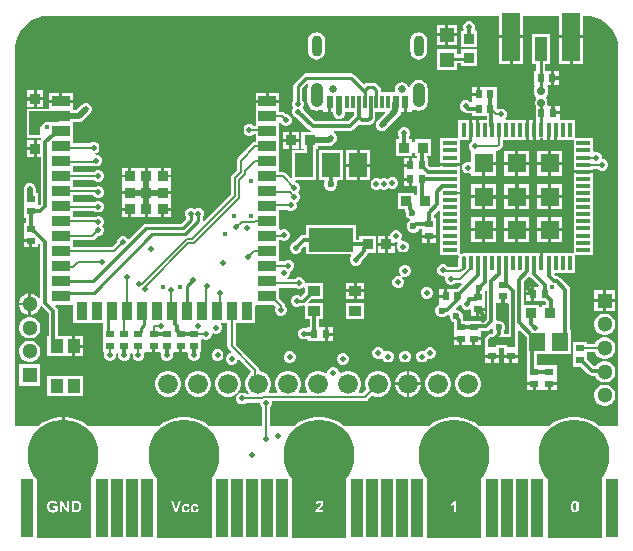
<source format=gtl>
G04*
G04 #@! TF.GenerationSoftware,Altium Limited,Altium Designer,24.2.2 (26)*
G04*
G04 Layer_Physical_Order=1*
G04 Layer_Color=255*
%FSLAX43Y43*%
%MOMM*%
G71*
G04*
G04 #@! TF.SameCoordinates,2141299B-130D-49DC-A549-A87D6ECFFEEA*
G04*
G04*
G04 #@! TF.FilePolarity,Positive*
G04*
G01*
G75*
%ADD11C,0.200*%
%ADD14C,0.254*%
%ADD19R,1.050X1.150*%
%ADD20R,0.600X1.140*%
%ADD21R,0.300X1.140*%
G04:AMPARAMS|DCode=22|XSize=1.17mm|YSize=0.37mm|CornerRadius=0.185mm|HoleSize=0mm|Usage=FLASHONLY|Rotation=90.000|XOffset=0mm|YOffset=0mm|HoleType=Round|Shape=RoundedRectangle|*
%AMROUNDEDRECTD22*
21,1,1.170,0.000,0,0,90.0*
21,1,0.800,0.370,0,0,90.0*
1,1,0.370,0.000,0.400*
1,1,0.370,0.000,-0.400*
1,1,0.370,0.000,-0.400*
1,1,0.370,0.000,0.400*
%
%ADD22ROUNDEDRECTD22*%
%ADD23R,0.370X1.170*%
%ADD24R,1.170X0.370*%
%ADD25R,1.600X1.600*%
%ADD26R,1.500X2.000*%
%ADD27R,3.800X2.000*%
%ADD28R,1.500X0.900*%
%ADD29R,0.900X1.500*%
%ADD30R,0.900X0.900*%
%ADD31R,0.600X0.700*%
%ADD32R,0.700X0.600*%
%ADD33R,1.000X0.850*%
%ADD34R,1.321X1.524*%
G04:AMPARAMS|DCode=35|XSize=0.6mm|YSize=0.7mm|CornerRadius=0.15mm|HoleSize=0mm|Usage=FLASHONLY|Rotation=90.000|XOffset=0mm|YOffset=0mm|HoleType=Round|Shape=RoundedRectangle|*
%AMROUNDEDRECTD35*
21,1,0.600,0.400,0,0,90.0*
21,1,0.300,0.700,0,0,90.0*
1,1,0.300,0.200,0.150*
1,1,0.300,0.200,-0.150*
1,1,0.300,-0.200,-0.150*
1,1,0.300,-0.200,0.150*
%
%ADD35ROUNDEDRECTD35*%
%ADD36R,0.900X0.900*%
%ADD37R,1.000X5.000*%
%ADD38R,1.200X1.200*%
%ADD68R,1.524X4.064*%
%ADD69R,1.016X2.032*%
%ADD70C,0.300*%
%ADD71C,0.500*%
%ADD72C,0.700*%
%ADD73C,0.305*%
%ADD74C,0.250*%
%ADD75C,0.225*%
%ADD76C,1.300*%
%ADD77R,1.300X1.300*%
%ADD78O,1.050X2.100*%
%ADD79O,0.900X1.800*%
%ADD80C,0.650*%
%ADD81C,1.676*%
%ADD82C,6.000*%
%ADD83C,0.400*%
%ADD84C,0.500*%
%ADD85C,0.600*%
G36*
X49056Y44093D02*
X49415Y43996D01*
X49760Y43854D01*
X50082Y43668D01*
X50378Y43441D01*
X50641Y43177D01*
X50868Y42882D01*
X51054Y42559D01*
X51196Y42215D01*
X51293Y41855D01*
X51342Y41486D01*
Y41300D01*
X51342Y41300D01*
X51341Y41299D01*
X51342Y9400D01*
X49741D01*
X49712Y9429D01*
X49298Y9730D01*
X48843Y9962D01*
X48356Y10120D01*
X47851Y10200D01*
X47339D01*
X46834Y10120D01*
X46347Y9962D01*
X45892Y9730D01*
X45478Y9429D01*
X45449Y9400D01*
X39531D01*
X39502Y9429D01*
X39088Y9730D01*
X38633Y9962D01*
X38146Y10120D01*
X37641Y10200D01*
X37129D01*
X36624Y10120D01*
X36137Y9962D01*
X35682Y9730D01*
X35268Y9429D01*
X35239Y9400D01*
X28151D01*
X28122Y9429D01*
X27708Y9730D01*
X27253Y9962D01*
X26766Y10120D01*
X26261Y10200D01*
X25749D01*
X25244Y10120D01*
X24757Y9962D01*
X24302Y9730D01*
X23888Y9429D01*
X23859Y9400D01*
X21857D01*
Y11050D01*
X21924Y11117D01*
X22000Y11301D01*
Y11499D01*
X22029Y11543D01*
X29885D01*
X30022Y11570D01*
X30137Y11648D01*
X30508Y12019D01*
X30565Y11986D01*
X30842Y11912D01*
X31128D01*
X31405Y11986D01*
X31653Y12129D01*
X31856Y12332D01*
X31999Y12580D01*
X32073Y12857D01*
Y13143D01*
X31999Y13420D01*
X31856Y13668D01*
X31653Y13871D01*
X31405Y14014D01*
X31128Y14088D01*
X30842D01*
X30565Y14014D01*
X30317Y13871D01*
X30114Y13668D01*
X29971Y13420D01*
X29897Y13143D01*
Y12857D01*
X29971Y12580D01*
X30004Y12523D01*
X29737Y12257D01*
X29411D01*
X29346Y12384D01*
X29459Y12580D01*
X29533Y12857D01*
Y13143D01*
X29459Y13420D01*
X29316Y13668D01*
X29113Y13871D01*
X28865Y14014D01*
X28588Y14088D01*
X28302D01*
X28025Y14014D01*
X27827Y13900D01*
X27703Y13962D01*
X27700Y13966D01*
Y13999D01*
X27624Y14183D01*
X27483Y14324D01*
X27299Y14400D01*
X27101D01*
X26917Y14324D01*
X26776Y14183D01*
X26700Y13999D01*
Y13924D01*
X26573Y13871D01*
X26325Y14014D01*
X26048Y14088D01*
X25762D01*
X25485Y14014D01*
X25237Y13871D01*
X25034Y13668D01*
X24891Y13420D01*
X24817Y13143D01*
Y12857D01*
X24891Y12580D01*
X25004Y12384D01*
X24939Y12257D01*
X24331D01*
X24266Y12384D01*
X24379Y12580D01*
X24453Y12857D01*
Y13143D01*
X24379Y13420D01*
X24236Y13668D01*
X24033Y13871D01*
X23785Y14014D01*
X23508Y14088D01*
X23222D01*
X22945Y14014D01*
X22697Y13871D01*
X22494Y13668D01*
X22351Y13420D01*
X22277Y13143D01*
Y12857D01*
X22351Y12580D01*
X22464Y12384D01*
X22399Y12257D01*
X21791D01*
X21726Y12384D01*
X21839Y12580D01*
X21913Y12857D01*
Y13143D01*
X21839Y13420D01*
X21696Y13668D01*
X21493Y13871D01*
X21245Y14014D01*
X20968Y14088D01*
X20962D01*
Y14138D01*
X20934Y14275D01*
X20857Y14391D01*
X18947Y16301D01*
Y18150D01*
X20560D01*
Y19600D01*
X20625Y19700D01*
X20687Y19700D01*
X22120D01*
X22315Y19506D01*
X22250Y19349D01*
Y19151D01*
X22326Y18967D01*
X22467Y18826D01*
X22651Y18750D01*
X22849D01*
X23033Y18826D01*
X23174Y18967D01*
X23250Y19151D01*
Y19349D01*
X23174Y19533D01*
X23101Y19607D01*
X23080Y19712D01*
X23002Y19827D01*
X22625Y20205D01*
Y21143D01*
X23950D01*
X24017Y21076D01*
X24201Y21000D01*
X24399D01*
X24583Y21076D01*
X24673Y21166D01*
X24800Y21113D01*
Y20744D01*
X24441Y20384D01*
X24423D01*
X24383Y20424D01*
X24199Y20500D01*
X24001D01*
X23817Y20424D01*
X23676Y20283D01*
X23600Y20099D01*
Y19901D01*
X23676Y19717D01*
X23817Y19576D01*
X24001Y19500D01*
X24199D01*
X24383Y19576D01*
X24423Y19616D01*
X24600D01*
X24600Y19616D01*
X24673Y19630D01*
X24783Y19561D01*
X24800Y19539D01*
Y18450D01*
X25192D01*
Y17800D01*
X25050D01*
Y17800D01*
X24923Y17720D01*
X24849Y17750D01*
X24651D01*
X24467Y17674D01*
X24326Y17533D01*
X24250Y17349D01*
Y17151D01*
X24326Y16967D01*
X24467Y16826D01*
X24651Y16750D01*
X24849D01*
X24923Y16780D01*
X25050Y16725D01*
Y16600D01*
X26475D01*
Y17200D01*
X26600D01*
D01*
X26475D01*
Y17800D01*
X26008D01*
Y18450D01*
X26300D01*
Y19800D01*
X25109D01*
X25061Y19917D01*
X25344Y20200D01*
X26300D01*
Y21550D01*
X24800D01*
Y21599D01*
X24724Y21783D01*
X24583Y21924D01*
X24399Y22000D01*
X24201D01*
X24017Y21924D01*
X23950Y21857D01*
X23327D01*
X23294Y21946D01*
X23291Y21984D01*
X23424Y22117D01*
X23500Y22301D01*
Y22499D01*
X23500Y22500D01*
X23683Y22576D01*
X23824Y22717D01*
X23900Y22901D01*
Y23099D01*
X23824Y23283D01*
X23683Y23424D01*
X23499Y23500D01*
X23301D01*
X23117Y23424D01*
X23050Y23357D01*
X22625D01*
Y24780D01*
Y25143D01*
X22796D01*
X22901Y25100D01*
X23099D01*
X23283Y25176D01*
X23424Y25317D01*
X23500Y25501D01*
Y25699D01*
X23424Y25883D01*
X23283Y26024D01*
X23099Y26100D01*
X22901D01*
X22752Y26038D01*
X22739Y26040D01*
X22656Y26082D01*
X22625Y26112D01*
Y27320D01*
Y27743D01*
X23250D01*
X23317Y27676D01*
X23501Y27600D01*
X23699D01*
X23883Y27676D01*
X24024Y27817D01*
X24100Y28001D01*
Y28199D01*
X24050Y28321D01*
X24183Y28376D01*
X24324Y28517D01*
X24400Y28701D01*
Y28899D01*
X24324Y29083D01*
X24207Y29200D01*
X24324Y29317D01*
X24400Y29501D01*
Y29699D01*
X24324Y29883D01*
X24183Y30024D01*
X23999Y30100D01*
X23996D01*
X23981Y30123D01*
X24048Y30250D01*
X25700D01*
Y31451D01*
X25710Y31500D01*
Y32900D01*
X25900D01*
Y33090D01*
X26800D01*
X26995Y33129D01*
X27160Y33239D01*
X27360Y33440D01*
X27388Y33481D01*
X27424Y33517D01*
X27443Y33563D01*
X27471Y33605D01*
X27481Y33654D01*
X27500Y33701D01*
Y33751D01*
X27510Y33800D01*
X27500Y33849D01*
Y33899D01*
X27481Y33946D01*
X27471Y33995D01*
X27443Y34037D01*
X27424Y34083D01*
X27388Y34119D01*
X27360Y34160D01*
X27319Y34188D01*
X27283Y34224D01*
X27258Y34360D01*
X27278Y34392D01*
X28574D01*
X28574Y34392D01*
X28730Y34423D01*
X28863Y34512D01*
X29353Y35001D01*
X29470Y34923D01*
X29626Y34892D01*
X30174D01*
X30174Y34892D01*
X30330Y34923D01*
X30463Y35012D01*
X30638Y35187D01*
X30638Y35187D01*
X30727Y35320D01*
X30758Y35476D01*
X30758Y35476D01*
Y36030D01*
X31543D01*
X31592Y35913D01*
X30940Y35260D01*
X30912Y35219D01*
X30876Y35183D01*
X30857Y35137D01*
X30829Y35095D01*
X30819Y35046D01*
X30800Y34999D01*
Y34949D01*
X30790Y34900D01*
X30800Y34851D01*
Y34801D01*
X30819Y34754D01*
X30829Y34705D01*
X30857Y34663D01*
X30876Y34617D01*
X30912Y34581D01*
X30940Y34540D01*
X30981Y34512D01*
X31017Y34476D01*
X31063Y34457D01*
X31105Y34429D01*
X31154Y34419D01*
X31201Y34400D01*
X31251D01*
X31300Y34390D01*
X31349Y34400D01*
X31399D01*
X31446Y34419D01*
X31495Y34429D01*
X31537Y34457D01*
X31583Y34476D01*
X31619Y34512D01*
X31660Y34540D01*
X32810Y35690D01*
X32921Y35855D01*
X32956Y36030D01*
X33175D01*
Y36850D01*
X33425D01*
Y36030D01*
X33850D01*
Y36195D01*
X33977Y36258D01*
X34029Y36218D01*
X34218Y36140D01*
X34420Y36113D01*
X34622Y36140D01*
X34811Y36218D01*
X34973Y36342D01*
X35097Y36504D01*
X35175Y36693D01*
X35202Y36895D01*
Y37945D01*
X35175Y38147D01*
X35097Y38336D01*
X34973Y38498D01*
X34811Y38622D01*
X34622Y38700D01*
X34420Y38727D01*
X34218Y38700D01*
X34029Y38622D01*
X33867Y38498D01*
X33743Y38336D01*
X33665Y38147D01*
X33664Y38140D01*
X33535Y38136D01*
X33534Y38145D01*
X33406Y38336D01*
X33215Y38464D01*
X32990Y38508D01*
X32765Y38464D01*
X32574Y38336D01*
X32446Y38145D01*
X32402Y37920D01*
X32426Y37797D01*
X32322Y37670D01*
X31234D01*
Y37850D01*
X31205Y37997D01*
X31122Y38122D01*
X31122Y38122D01*
X30872Y38372D01*
X30747Y38455D01*
X30600Y38484D01*
X30600Y38484D01*
X30100D01*
X30100Y38484D01*
X29953Y38455D01*
X29828Y38372D01*
X29719Y38425D01*
X28972Y39172D01*
X28847Y39255D01*
X28700Y39284D01*
X28700Y39284D01*
X24900D01*
X24900Y39284D01*
X24753Y39255D01*
X24628Y39172D01*
X23928Y38472D01*
X23845Y38347D01*
X23816Y38200D01*
X23816Y38200D01*
Y37013D01*
X23776Y36973D01*
X23700Y36790D01*
Y36591D01*
X23776Y36407D01*
X23818Y36365D01*
X23776Y36323D01*
X23700Y36140D01*
Y35941D01*
X23776Y35757D01*
X23917Y35616D01*
X24101Y35540D01*
X24123D01*
X25152Y34512D01*
X25152Y34512D01*
X25279Y34427D01*
X25280Y34417D01*
X25240Y34300D01*
X24500D01*
Y32900D01*
X24690D01*
Y32750D01*
X23700D01*
Y30471D01*
X23583Y30422D01*
X23152Y30852D01*
X23037Y30930D01*
X22900Y30957D01*
X22625D01*
Y32400D01*
Y33670D01*
Y35050D01*
X22752Y35075D01*
X22776Y35017D01*
X22917Y34876D01*
X23101Y34800D01*
X23299D01*
X23483Y34876D01*
X23624Y35017D01*
X23700Y35201D01*
Y35399D01*
X23624Y35583D01*
X23483Y35724D01*
X23299Y35800D01*
X23205D01*
X23112Y35892D01*
X22997Y35970D01*
X22860Y35997D01*
X22625D01*
Y36785D01*
X20625D01*
Y36210D01*
Y34857D01*
X20450D01*
X20383Y34924D01*
X20199Y35000D01*
X20001D01*
X19817Y34924D01*
X19676Y34783D01*
X19600Y34599D01*
Y34401D01*
X19676Y34217D01*
X19817Y34076D01*
X20001Y34000D01*
X20199D01*
X20383Y34076D01*
X20450Y34143D01*
X20625D01*
Y33457D01*
X20600D01*
X20463Y33430D01*
X20348Y33352D01*
X19148Y32152D01*
X19070Y32037D01*
X19043Y31900D01*
Y31048D01*
X18648Y30652D01*
X18570Y30537D01*
X18543Y30400D01*
Y29048D01*
X16286Y26791D01*
X16159Y26844D01*
Y27077D01*
X16199Y27117D01*
X16275Y27301D01*
Y27499D01*
X16199Y27683D01*
X16058Y27824D01*
X15874Y27900D01*
X15676D01*
X15492Y27824D01*
X15450Y27782D01*
X15408Y27824D01*
X15224Y27900D01*
X15026D01*
X14842Y27824D01*
X14701Y27683D01*
X14625Y27499D01*
Y27301D01*
X14701Y27117D01*
X14694Y26970D01*
X14289Y26565D01*
X11380D01*
X11233Y26535D01*
X11109Y26452D01*
X11109Y26452D01*
X9920Y25264D01*
X9824Y25283D01*
X9683Y25424D01*
X9499Y25500D01*
X9301D01*
X9117Y25424D01*
X8976Y25283D01*
X8900Y25099D01*
Y25005D01*
X8452Y24557D01*
X5125D01*
Y25143D01*
X6800D01*
X6937Y25170D01*
X7052Y25248D01*
X7305Y25500D01*
X7399D01*
X7583Y25576D01*
X7724Y25717D01*
X7800Y25901D01*
Y26099D01*
X7724Y26283D01*
X7657Y26350D01*
X7724Y26417D01*
X7800Y26601D01*
Y26799D01*
X7724Y26983D01*
X7583Y27124D01*
X7399Y27200D01*
X7201D01*
X7096Y27157D01*
X5125D01*
Y27643D01*
X6950D01*
X7017Y27576D01*
X7201Y27500D01*
X7399D01*
X7583Y27576D01*
X7724Y27717D01*
X7800Y27901D01*
Y28099D01*
X7724Y28283D01*
X7583Y28424D01*
X7399Y28500D01*
X7201D01*
X7017Y28424D01*
X6950Y28357D01*
X5125D01*
Y28943D01*
X6865D01*
X6876Y28917D01*
X7017Y28776D01*
X7201Y28700D01*
X7399D01*
X7583Y28776D01*
X7724Y28917D01*
X7800Y29101D01*
Y29299D01*
X7724Y29483D01*
X7583Y29624D01*
X7399Y29700D01*
X7201D01*
X7096Y29657D01*
X5125D01*
Y30243D01*
X6950D01*
X7017Y30176D01*
X7201Y30100D01*
X7399D01*
X7583Y30176D01*
X7724Y30317D01*
X7800Y30501D01*
Y30699D01*
X7724Y30883D01*
X7583Y31024D01*
X7399Y31100D01*
X7201D01*
X7017Y31024D01*
X6950Y30957D01*
X5125D01*
Y31443D01*
X6896D01*
X7001Y31400D01*
X7199D01*
X7383Y31476D01*
X7524Y31617D01*
X7600Y31801D01*
Y31999D01*
X7524Y32183D01*
X7383Y32324D01*
X7199Y32400D01*
X7090D01*
X7065Y32527D01*
X7183Y32576D01*
X7324Y32717D01*
X7400Y32901D01*
Y33099D01*
X7324Y33283D01*
X7183Y33424D01*
X6999Y33500D01*
X6801D01*
X6617Y33424D01*
X6550Y33357D01*
X5125D01*
Y33670D01*
Y35130D01*
X5640D01*
X5835Y35169D01*
X6000Y35280D01*
X6610Y35890D01*
X6638Y35931D01*
X6674Y35967D01*
X6693Y36013D01*
X6721Y36055D01*
X6731Y36104D01*
X6750Y36151D01*
Y36201D01*
X6760Y36250D01*
X6750Y36299D01*
Y36349D01*
X6731Y36396D01*
X6721Y36445D01*
X6693Y36487D01*
X6674Y36533D01*
X6638Y36569D01*
X6610Y36610D01*
X6569Y36638D01*
X6533Y36674D01*
X6487Y36693D01*
X6445Y36721D01*
X6396Y36731D01*
X6349Y36750D01*
X6299D01*
X6250Y36760D01*
X6201Y36750D01*
X6151D01*
X6104Y36731D01*
X6055Y36721D01*
X6013Y36693D01*
X5967Y36674D01*
X5931Y36638D01*
X5890Y36610D01*
X5429Y36150D01*
X5125D01*
Y36785D01*
X3125D01*
Y36237D01*
X2652D01*
Y36243D01*
X1252D01*
Y34843D01*
X1275D01*
Y33800D01*
X2410D01*
X2470Y33680D01*
X2418Y33600D01*
X2100D01*
Y32900D01*
Y32200D01*
X2421D01*
Y28198D01*
X2327Y28104D01*
X2200Y28156D01*
Y29150D01*
X2010D01*
Y29500D01*
X2000Y29549D01*
Y29599D01*
X1981Y29646D01*
X1971Y29695D01*
X1943Y29737D01*
X1924Y29783D01*
X1888Y29819D01*
X1860Y29860D01*
X1819Y29888D01*
X1783Y29924D01*
X1737Y29943D01*
X1695Y29971D01*
X1646Y29981D01*
X1599Y30000D01*
X1549D01*
X1500Y30010D01*
X1451Y30000D01*
X1401D01*
X1354Y29981D01*
X1305Y29971D01*
X1263Y29943D01*
X1217Y29924D01*
X1181Y29888D01*
X1140Y29860D01*
X1112Y29819D01*
X1076Y29783D01*
X1057Y29737D01*
X1029Y29695D01*
X1019Y29646D01*
X1000Y29599D01*
Y29549D01*
X990Y29500D01*
Y28650D01*
X1000Y28602D01*
Y28050D01*
Y27050D01*
X1192D01*
Y26650D01*
X1000D01*
Y25550D01*
Y25225D01*
X1600D01*
Y25100D01*
X1725D01*
Y24550D01*
X2200D01*
Y24792D01*
X2321Y24845D01*
X2392Y24789D01*
Y20259D01*
X2265Y20225D01*
X2220Y20303D01*
X2053Y20470D01*
X1847Y20589D01*
X1625Y20648D01*
Y19750D01*
Y18852D01*
X1847Y18911D01*
X2053Y19030D01*
X2220Y19197D01*
X2339Y19403D01*
X2374Y19536D01*
X2512Y19559D01*
X3092Y18979D01*
Y17000D01*
X3000D01*
Y15350D01*
X5100D01*
Y16175D01*
Y17000D01*
X3908D01*
Y19148D01*
X3877Y19304D01*
X3788Y19436D01*
X3788Y19436D01*
X3642Y19583D01*
X3690Y19700D01*
X5063D01*
X5125Y19700D01*
X5190Y19600D01*
Y18150D01*
X7723D01*
Y17750D01*
X7700D01*
Y16650D01*
Y15650D01*
X7748D01*
X7819Y15544D01*
X7800Y15499D01*
Y15301D01*
X7876Y15117D01*
X8017Y14976D01*
X8201Y14900D01*
X8399D01*
X8583Y14976D01*
X8724Y15117D01*
X8800Y15301D01*
Y15499D01*
X8795Y15512D01*
X8869Y15623D01*
X8931D01*
X9005Y15512D01*
X9000Y15499D01*
Y15301D01*
X9076Y15117D01*
X9217Y14976D01*
X9401Y14900D01*
X9599D01*
X9783Y14976D01*
X9924Y15117D01*
X10000Y15301D01*
Y15499D01*
X9989Y15527D01*
X10069Y15623D01*
X10131D01*
X10211Y15527D01*
X10200Y15499D01*
Y15301D01*
X10276Y15117D01*
X10417Y14976D01*
X10601Y14900D01*
X10799D01*
X10983Y14976D01*
X11124Y15117D01*
X11200Y15301D01*
Y15499D01*
X11181Y15544D01*
X11203Y15577D01*
X11300Y15650D01*
X11400D01*
Y15650D01*
X11875D01*
Y16200D01*
X12125D01*
Y15650D01*
X12548D01*
X12619Y15544D01*
X12600Y15499D01*
Y15301D01*
X12676Y15117D01*
X12817Y14976D01*
X13001Y14900D01*
X13199D01*
X13383Y14976D01*
X13524Y15117D01*
X13600Y15301D01*
Y15499D01*
X13581Y15544D01*
X13603Y15577D01*
X13700Y15650D01*
X13700D01*
X13700Y15650D01*
X14175D01*
Y16200D01*
X14425D01*
Y15650D01*
X14848D01*
X14919Y15544D01*
X14900Y15499D01*
Y15301D01*
X14976Y15117D01*
X15117Y14976D01*
X15301Y14900D01*
X15499D01*
X15683Y14976D01*
X15824Y15117D01*
X15900Y15301D01*
Y15499D01*
X15881Y15544D01*
X15952Y15650D01*
X16000D01*
Y16713D01*
X16074Y16753D01*
X16127Y16772D01*
X16301Y16700D01*
X16499D01*
X16683Y16776D01*
X16824Y16917D01*
X16900Y17101D01*
Y17227D01*
X16900Y17227D01*
X17026Y17302D01*
X17151Y17250D01*
X17349D01*
X17533Y17326D01*
X17674Y17467D01*
X17750Y17651D01*
Y17849D01*
X17678Y18023D01*
X17723Y18150D01*
X18233D01*
Y16153D01*
X18260Y16016D01*
X18338Y15901D01*
X18521Y15717D01*
X18471Y15588D01*
X18317Y15524D01*
X18176Y15383D01*
X18100Y15199D01*
Y15001D01*
X18176Y14817D01*
X18317Y14676D01*
X18501Y14600D01*
X18699D01*
X18883Y14676D01*
X19024Y14817D01*
X19088Y14971D01*
X19217Y15021D01*
X20203Y14036D01*
X20187Y13888D01*
X20157Y13871D01*
X19954Y13668D01*
X19811Y13420D01*
X19737Y13143D01*
Y12857D01*
X19811Y12580D01*
X19954Y12332D01*
X20052Y12234D01*
X20000Y12107D01*
X19850D01*
X19783Y12174D01*
X19599Y12250D01*
X19401D01*
X19217Y12174D01*
X19076Y12033D01*
X19000Y11849D01*
Y11651D01*
X19076Y11467D01*
X19217Y11326D01*
X19401Y11250D01*
X19599D01*
X19783Y11326D01*
X19850Y11393D01*
X21000D01*
Y11301D01*
X21076Y11117D01*
X21143Y11050D01*
Y9400D01*
X16741D01*
X16712Y9429D01*
X16298Y9730D01*
X15843Y9962D01*
X15356Y10120D01*
X14851Y10200D01*
X14339D01*
X13834Y10120D01*
X13347Y9962D01*
X12892Y9730D01*
X12478Y9429D01*
X12449Y9400D01*
X6501D01*
X6472Y9429D01*
X6058Y9730D01*
X5603Y9962D01*
X5116Y10120D01*
X4611Y10200D01*
X4480D01*
Y6950D01*
X4230D01*
Y10200D01*
X4099D01*
X3594Y10120D01*
X3107Y9962D01*
X2652Y9730D01*
X2238Y9429D01*
X2209Y9400D01*
X258D01*
X258Y41386D01*
X259Y41394D01*
X259Y41403D01*
X261Y41412D01*
X268Y41593D01*
X328Y41951D01*
X434Y42299D01*
X582Y42630D01*
X772Y42939D01*
X1000Y43222D01*
X1261Y43474D01*
X1553Y43690D01*
X1870Y43868D01*
X2207Y44003D01*
X2558Y44095D01*
X2918Y44141D01*
X41248D01*
Y42493D01*
X43272D01*
Y44141D01*
X46328D01*
Y42493D01*
X48352D01*
Y44141D01*
X48686D01*
X49056Y44093D01*
D02*
G37*
G36*
X25015Y38429D02*
X25037Y38406D01*
X25084Y38289D01*
X25025Y38147D01*
X24998Y37945D01*
Y36895D01*
X25025Y36693D01*
X25103Y36504D01*
X25227Y36342D01*
X25389Y36218D01*
X25578Y36140D01*
X25780Y36113D01*
X25982Y36140D01*
X26171Y36218D01*
X26223Y36258D01*
X26350Y36195D01*
Y36030D01*
X26775D01*
Y36850D01*
X27025D01*
Y36030D01*
X27190D01*
Y35900D01*
X27200Y35851D01*
Y35801D01*
X27219Y35754D01*
X27229Y35705D01*
X27257Y35663D01*
X27276Y35617D01*
X27312Y35581D01*
X27340Y35540D01*
X27381Y35512D01*
X27417Y35476D01*
X27463Y35457D01*
X27505Y35429D01*
X27554Y35419D01*
X27601Y35400D01*
X27651D01*
X27700Y35390D01*
X27749Y35400D01*
X27799D01*
X27846Y35419D01*
X27895Y35429D01*
X27937Y35457D01*
X27983Y35476D01*
X28019Y35512D01*
X28060Y35540D01*
X28088Y35581D01*
X28124Y35617D01*
X28143Y35663D01*
X28171Y35705D01*
X28181Y35754D01*
X28200Y35801D01*
Y35851D01*
X28210Y35900D01*
Y36030D01*
X28942D01*
Y35745D01*
X28405Y35208D01*
X25609D01*
X24700Y36117D01*
Y36140D01*
X24624Y36323D01*
X24582Y36365D01*
X24624Y36407D01*
X24700Y36591D01*
Y36790D01*
X24624Y36973D01*
X24584Y37013D01*
Y38041D01*
X24979Y38435D01*
X25015Y38429D01*
D02*
G37*
G36*
X4000Y35200D02*
X2859D01*
X1709Y34050D01*
X1475D01*
Y36075D01*
X4000D01*
Y35200D01*
D02*
G37*
G36*
X6710Y-40D02*
X2100D01*
Y5235D01*
X6710D01*
Y-40D01*
D02*
G37*
G36*
X28300D02*
X23690D01*
Y5235D01*
X28300D01*
Y-40D01*
D02*
G37*
G36*
X39710D02*
X35100D01*
Y5235D01*
X39710D01*
Y-40D01*
D02*
G37*
G36*
X49950D02*
X45340D01*
Y5235D01*
X49950D01*
Y-40D01*
D02*
G37*
G36*
X16920Y5235D02*
Y-40D01*
X12310D01*
Y5235D01*
X16920D01*
D02*
G37*
%LPC*%
G36*
X37650Y43400D02*
X36925D01*
Y42675D01*
X37650D01*
Y43400D01*
D02*
G37*
G36*
X36675D02*
X35950D01*
Y42675D01*
X36675D01*
Y43400D01*
D02*
G37*
G36*
X37650Y42425D02*
X36925D01*
Y41700D01*
X37650D01*
Y42425D01*
D02*
G37*
G36*
X36675D02*
X35950D01*
Y41700D01*
X36675D01*
Y42425D01*
D02*
G37*
G36*
X38799Y43700D02*
X38601D01*
X38417Y43624D01*
X38276Y43483D01*
X38200Y43299D01*
Y43101D01*
X38230Y43027D01*
X38146Y42900D01*
X38000D01*
Y41500D01*
X39400D01*
Y42900D01*
X39254D01*
X39170Y43027D01*
X39200Y43101D01*
Y43299D01*
X39124Y43483D01*
X38983Y43624D01*
X38799Y43700D01*
D02*
G37*
G36*
X39400Y41300D02*
X38000D01*
Y40882D01*
X37650D01*
Y41300D01*
X35950D01*
Y39600D01*
X37650D01*
Y40118D01*
X38000D01*
Y39900D01*
X39400D01*
Y41300D01*
D02*
G37*
G36*
X34420Y42756D02*
X34237Y42732D01*
X34067Y42661D01*
X33921Y42549D01*
X33809Y42403D01*
X33738Y42233D01*
X33714Y42050D01*
Y41150D01*
X33738Y40967D01*
X33809Y40797D01*
X33921Y40651D01*
X34067Y40539D01*
X34237Y40468D01*
X34420Y40444D01*
X34603Y40468D01*
X34773Y40539D01*
X34919Y40651D01*
X35031Y40797D01*
X35102Y40967D01*
X35126Y41150D01*
Y42050D01*
X35102Y42233D01*
X35031Y42403D01*
X34919Y42549D01*
X34773Y42661D01*
X34603Y42732D01*
X34420Y42756D01*
D02*
G37*
G36*
X25780D02*
X25597Y42732D01*
X25427Y42661D01*
X25281Y42549D01*
X25169Y42403D01*
X25098Y42233D01*
X25074Y42050D01*
Y41150D01*
X25098Y40967D01*
X25169Y40797D01*
X25281Y40651D01*
X25427Y40539D01*
X25597Y40468D01*
X25780Y40444D01*
X25963Y40468D01*
X26133Y40539D01*
X26279Y40651D01*
X26391Y40797D01*
X26462Y40967D01*
X26486Y41150D01*
Y42050D01*
X26462Y42233D01*
X26391Y42403D01*
X26279Y42549D01*
X26133Y42661D01*
X25963Y42732D01*
X25780Y42756D01*
D02*
G37*
G36*
X48352Y42243D02*
X47465D01*
Y40086D01*
X48352D01*
Y42243D01*
D02*
G37*
G36*
X47215D02*
X46328D01*
Y40086D01*
X47215D01*
Y42243D01*
D02*
G37*
G36*
X43272D02*
X42385D01*
Y40086D01*
X43272D01*
Y42243D01*
D02*
G37*
G36*
X42135D02*
X41248D01*
Y40086D01*
X42135D01*
Y42243D01*
D02*
G37*
G36*
X46300Y39500D02*
X45875D01*
Y39025D01*
X46300D01*
Y39500D01*
D02*
G37*
G36*
X45558Y42618D02*
X44042D01*
Y40086D01*
X44391D01*
Y39500D01*
X44200D01*
Y38300D01*
X44200D01*
X44268Y38173D01*
X44223Y38106D01*
X44192Y37950D01*
Y37650D01*
X44223Y37494D01*
X44311Y37362D01*
X44400Y37303D01*
X44413Y37171D01*
X44409Y37156D01*
X44400Y37150D01*
X44339Y37058D01*
X44317Y36950D01*
Y36650D01*
X44339Y36542D01*
X44356Y36517D01*
X44398Y36402D01*
X44398Y36402D01*
X44398Y36402D01*
Y35448D01*
X44398D01*
X44364Y35335D01*
X44350D01*
Y34500D01*
Y33665D01*
X44660D01*
Y33788D01*
X44990D01*
Y33665D01*
X45300D01*
Y34500D01*
X45550D01*
Y33665D01*
X45900D01*
Y34500D01*
X46150D01*
Y33665D01*
X47540D01*
Y32915D01*
Y32315D01*
Y31115D01*
Y31075D01*
X48375D01*
X49210D01*
Y31176D01*
X49617D01*
X49702Y31092D01*
X49885Y31015D01*
X50084D01*
X50268Y31092D01*
X50409Y31232D01*
X50485Y31416D01*
Y31615D01*
X50409Y31799D01*
X50268Y31939D01*
X50084Y32015D01*
X49950D01*
X49925Y32053D01*
Y32251D01*
X49849Y32435D01*
X49708Y32576D01*
X49524Y32652D01*
X49325D01*
X49316Y32648D01*
X49210Y32719D01*
Y33785D01*
X47660D01*
Y35335D01*
X46375D01*
Y35800D01*
X45825D01*
Y35925D01*
X45700D01*
Y36525D01*
X45387D01*
X45282Y36650D01*
Y36950D01*
X45261Y37058D01*
X45200Y37150D01*
X45191Y37156D01*
X45186Y37171D01*
X45200Y37303D01*
X45288Y37362D01*
X45377Y37494D01*
X45408Y37650D01*
Y37950D01*
X45377Y38106D01*
X45332Y38173D01*
X45400Y38300D01*
X45625D01*
Y38900D01*
Y39500D01*
X45159D01*
Y40086D01*
X45558D01*
Y42618D01*
D02*
G37*
G36*
X46300Y38775D02*
X45875D01*
Y38300D01*
X46300D01*
Y38775D01*
D02*
G37*
G36*
X39375Y38100D02*
X38950D01*
Y37625D01*
X39375D01*
Y38100D01*
D02*
G37*
G36*
X2652Y37843D02*
X2077D01*
Y37268D01*
X2652D01*
Y37843D01*
D02*
G37*
G36*
X1827D02*
X1252D01*
Y37268D01*
X1827D01*
Y37843D01*
D02*
G37*
G36*
X22625Y37610D02*
X21750D01*
Y37035D01*
X22625D01*
Y37610D01*
D02*
G37*
G36*
X21500D02*
X20625D01*
Y37035D01*
X21500D01*
Y37610D01*
D02*
G37*
G36*
X5125D02*
X4250D01*
Y37035D01*
X5125D01*
Y37610D01*
D02*
G37*
G36*
X4000D02*
X3125D01*
Y37035D01*
X4000D01*
Y37610D01*
D02*
G37*
G36*
X41050Y38100D02*
X39625D01*
Y37500D01*
X39500D01*
Y37375D01*
X38950D01*
Y37027D01*
X38950Y36900D01*
D01*
Y36900D01*
X38922Y36852D01*
X38776Y36831D01*
X38683Y36924D01*
X38499Y37000D01*
X38301D01*
X38117Y36924D01*
X37976Y36783D01*
X37900Y36599D01*
Y36401D01*
X37976Y36217D01*
X38117Y36076D01*
X38301Y36000D01*
X38329D01*
X38444Y35923D01*
X38600Y35892D01*
X38600Y35892D01*
X38950D01*
Y35700D01*
X40182D01*
Y35335D01*
X39550D01*
Y34500D01*
X39300D01*
Y35335D01*
X38950D01*
Y34500D01*
Y33542D01*
X38951Y33538D01*
X38917Y33524D01*
X38776Y33383D01*
X38700Y33199D01*
Y33001D01*
X38776Y32817D01*
X38801Y32792D01*
X38875Y32700D01*
X38875D01*
X38875Y32700D01*
Y31842D01*
X38770Y31771D01*
X38699Y31800D01*
X38501D01*
X38317Y31724D01*
X38176Y31583D01*
X38100Y31399D01*
Y31201D01*
X38176Y31017D01*
X38317Y30876D01*
X38501Y30800D01*
X38699D01*
X38770Y30829D01*
X38875Y30758D01*
Y30600D01*
X39800D01*
Y31650D01*
X39925D01*
Y31775D01*
X40975D01*
Y32700D01*
X41084Y32743D01*
X41100D01*
X41237Y32770D01*
X41352Y32848D01*
X41478Y32973D01*
X41555Y33089D01*
X41582Y33225D01*
Y33665D01*
X43500D01*
Y34500D01*
Y35335D01*
X41822D01*
X41769Y35462D01*
X41824Y35517D01*
X41900Y35701D01*
Y35899D01*
X41824Y36083D01*
X41683Y36224D01*
X41499Y36300D01*
X41301D01*
X41174Y36248D01*
X41050Y36323D01*
X41050Y36323D01*
Y36773D01*
X41050Y36900D01*
X41050D01*
Y36900D01*
X41050D01*
Y38100D01*
D02*
G37*
G36*
X2652Y37018D02*
X2077D01*
Y36443D01*
X2652D01*
Y37018D01*
D02*
G37*
G36*
X1827D02*
X1252D01*
Y36443D01*
X1827D01*
Y37018D01*
D02*
G37*
G36*
X46375Y36525D02*
X45950D01*
Y36050D01*
X46375D01*
Y36525D01*
D02*
G37*
G36*
X24300Y34300D02*
X23725D01*
Y33725D01*
X24300D01*
Y34300D01*
D02*
G37*
G36*
X23475D02*
X22900D01*
Y33725D01*
X23475D01*
Y34300D01*
D02*
G37*
G36*
X44100Y35335D02*
X43750D01*
Y34500D01*
Y33665D01*
X44100D01*
Y34500D01*
Y35335D01*
D02*
G37*
G36*
X1850Y33600D02*
X1275D01*
Y33025D01*
X1850D01*
Y33600D01*
D02*
G37*
G36*
X24300Y33475D02*
X23725D01*
Y32900D01*
X24300D01*
Y33475D01*
D02*
G37*
G36*
X23475D02*
X22900D01*
Y32900D01*
X23475D01*
Y33475D01*
D02*
G37*
G36*
X1850Y32775D02*
X1275D01*
Y32200D01*
X1850D01*
Y32775D01*
D02*
G37*
G36*
X46575Y32700D02*
X45650D01*
Y31775D01*
X46575D01*
Y32700D01*
D02*
G37*
G36*
X43775D02*
X42850D01*
Y31775D01*
X43775D01*
Y32700D01*
D02*
G37*
G36*
X42600D02*
X41675D01*
Y31775D01*
X42600D01*
Y32700D01*
D02*
G37*
G36*
X45400D02*
X44475D01*
Y31775D01*
X45400D01*
Y32700D01*
D02*
G37*
G36*
X38700Y35335D02*
X37790D01*
Y33785D01*
X36240D01*
Y32915D01*
Y32315D01*
Y31675D01*
X37075D01*
X37910D01*
Y31715D01*
Y32915D01*
Y33665D01*
X38700D01*
Y34500D01*
Y35335D01*
D02*
G37*
G36*
X30300Y32750D02*
X29425D01*
Y31625D01*
X30300D01*
Y32750D01*
D02*
G37*
G36*
X29175D02*
X28300D01*
Y31625D01*
X29175D01*
Y32750D01*
D02*
G37*
G36*
X33575Y32100D02*
X33150D01*
Y31625D01*
X33575D01*
Y32100D01*
D02*
G37*
G36*
X12075Y31290D02*
X11948Y31290D01*
X11500D01*
Y30590D01*
X11250D01*
Y31290D01*
X10802D01*
X10675Y31290D01*
X10548Y31290D01*
X10100D01*
Y30590D01*
X9975D01*
Y30465D01*
X9275D01*
Y30017D01*
X9275Y29890D01*
X9275Y29763D01*
Y29315D01*
X9975D01*
Y29065D01*
X9275D01*
Y28617D01*
X9275Y28490D01*
X9275Y28363D01*
Y27915D01*
X9975D01*
Y27790D01*
X10100D01*
Y27090D01*
X10548D01*
X10675Y27090D01*
X10802Y27090D01*
X11250D01*
Y27790D01*
X11500D01*
Y27090D01*
X11948D01*
X12075Y27090D01*
X12202Y27090D01*
X12650D01*
Y27790D01*
X12775D01*
Y27915D01*
X13475D01*
Y28363D01*
X13475Y28490D01*
X13475Y28617D01*
Y29065D01*
X12775D01*
Y29315D01*
X13475D01*
Y29763D01*
X13475Y29890D01*
X13475Y30017D01*
Y30465D01*
X12775D01*
Y30590D01*
X12650D01*
Y31290D01*
X12202D01*
X12075Y31290D01*
D02*
G37*
G36*
X12900Y31290D02*
Y30715D01*
X13475D01*
Y31290D01*
X12900D01*
D02*
G37*
G36*
X9850D02*
X9275D01*
Y30715D01*
X9850D01*
Y31290D01*
D02*
G37*
G36*
X46575Y31525D02*
X45650D01*
Y30600D01*
X46575D01*
Y31525D01*
D02*
G37*
G36*
X45400D02*
X44475D01*
Y30600D01*
X45400D01*
Y31525D01*
D02*
G37*
G36*
X43775D02*
X42850D01*
Y30600D01*
X43775D01*
Y31525D01*
D02*
G37*
G36*
X42600D02*
X41675D01*
Y30600D01*
X42600D01*
Y31525D01*
D02*
G37*
G36*
X40975D02*
X40050D01*
Y30600D01*
X40975D01*
Y31525D01*
D02*
G37*
G36*
X32299Y30500D02*
X32101D01*
X31917Y30424D01*
X31800Y30307D01*
X31783Y30324D01*
X31599Y30400D01*
X31401D01*
X31217Y30324D01*
X31175Y30282D01*
X31133Y30324D01*
X30949Y30400D01*
X30751D01*
X30567Y30324D01*
X30426Y30183D01*
X30350Y29999D01*
Y29801D01*
X30426Y29617D01*
X30567Y29476D01*
X30751Y29400D01*
X30949D01*
X31133Y29476D01*
X31175Y29518D01*
X31217Y29476D01*
X31401Y29400D01*
X31599D01*
X31783Y29476D01*
X31900Y29593D01*
X31917Y29576D01*
X32101Y29500D01*
X32299D01*
X32483Y29576D01*
X32624Y29717D01*
X32700Y29901D01*
Y30099D01*
X32624Y30283D01*
X32483Y30424D01*
X32299Y30500D01*
D02*
G37*
G36*
X30300Y31375D02*
X29425D01*
Y30250D01*
X30300D01*
Y31375D01*
D02*
G37*
G36*
X29175D02*
X28300D01*
Y30250D01*
X29175D01*
Y31375D01*
D02*
G37*
G36*
X33575Y30175D02*
X33150D01*
Y29700D01*
X33575D01*
Y30175D01*
D02*
G37*
G36*
X28000Y32750D02*
X26000D01*
Y30250D01*
X26412D01*
X26497Y30123D01*
X26450Y30009D01*
Y29791D01*
X26534Y29588D01*
X26688Y29434D01*
X26891Y29350D01*
X27109D01*
X27312Y29434D01*
X27466Y29588D01*
X27550Y29791D01*
Y30009D01*
X27503Y30123D01*
X27588Y30250D01*
X28000D01*
Y32750D01*
D02*
G37*
G36*
X33299Y34700D02*
X33101D01*
X32917Y34624D01*
X32776Y34483D01*
X32700Y34299D01*
Y34101D01*
X32776Y33917D01*
X32792Y33901D01*
Y33700D01*
X32500D01*
Y32300D01*
X33900D01*
Y32500D01*
X34100D01*
Y32300D01*
X34292D01*
Y32100D01*
X33825D01*
Y31500D01*
X33700D01*
Y31375D01*
X33150D01*
Y31027D01*
X33150Y30900D01*
X33150D01*
Y30900D01*
X33150D01*
Y30425D01*
X33700D01*
Y30300D01*
X33825D01*
Y29700D01*
X34292D01*
Y29190D01*
X34263D01*
Y28990D01*
X34063D01*
Y29190D01*
X32663D01*
Y27790D01*
X33132D01*
X33255Y27773D01*
X33287Y27616D01*
X33313Y27576D01*
Y27382D01*
X33397Y27180D01*
X33552Y27025D01*
X33694Y26966D01*
Y26829D01*
X33663Y26816D01*
X33509Y26662D01*
X33425Y26459D01*
Y26241D01*
X33509Y26038D01*
X33663Y25884D01*
X33866Y25800D01*
X34084D01*
X34286Y25884D01*
X34441Y26038D01*
X34463Y26092D01*
X34700D01*
Y25625D01*
X35300D01*
X35900D01*
Y25950D01*
Y27050D01*
X35700D01*
Y27322D01*
X36123Y27746D01*
X36240Y27697D01*
Y26315D01*
Y25115D01*
Y23915D01*
X37760D01*
X37828Y23788D01*
X37815Y23770D01*
X37782Y23600D01*
Y22872D01*
X36925D01*
X36920Y22883D01*
X36779Y23024D01*
X36595Y23100D01*
X36397D01*
X36213Y23024D01*
X36072Y22883D01*
X35996Y22699D01*
Y22501D01*
X36072Y22317D01*
X36213Y22176D01*
X36397Y22100D01*
X36595D01*
X36598Y22101D01*
X36695Y22004D01*
X36678Y21962D01*
Y21763D01*
X36754Y21579D01*
X36894Y21439D01*
X37078Y21363D01*
X37277D01*
X37461Y21439D01*
X37528Y21506D01*
X37906D01*
X38014Y21527D01*
X38085Y21451D01*
X38098Y21425D01*
X37673Y21000D01*
X36825D01*
Y20400D01*
X36700D01*
Y20275D01*
X36150D01*
Y19800D01*
X36150Y19800D01*
X36150D01*
X36140Y19677D01*
X36077Y19651D01*
X35923Y19496D01*
X35839Y19294D01*
Y19075D01*
X35923Y18873D01*
X36077Y18719D01*
X36280Y18635D01*
X36498D01*
X36701Y18719D01*
X36816Y18834D01*
X36842D01*
X36842Y18834D01*
X36933Y18852D01*
X36954Y18845D01*
X37028Y18788D01*
X37047Y18763D01*
X37050Y18756D01*
Y18591D01*
X37134Y18388D01*
X37288Y18234D01*
X37392Y18191D01*
Y17800D01*
X37392Y17800D01*
X37400Y17760D01*
Y17250D01*
Y16925D01*
X38000D01*
Y16800D01*
X38125D01*
Y16250D01*
X38975D01*
Y16800D01*
X39100D01*
Y16925D01*
X39700D01*
Y17442D01*
X40128D01*
X40128Y17442D01*
X40284Y17473D01*
X40416Y17562D01*
X40558Y17703D01*
X40681Y17647D01*
X40759Y17459D01*
X40758Y17298D01*
X40698Y17237D01*
X40663D01*
X40428Y17191D01*
X40230Y17058D01*
X40108Y16876D01*
X40063D01*
Y16685D01*
X40051Y16626D01*
X40063Y16566D01*
Y15776D01*
Y15450D01*
X40663D01*
X41263D01*
Y16014D01*
X41625D01*
Y15451D01*
X42225D01*
X42825D01*
Y15776D01*
Y16567D01*
X42837Y16626D01*
X42825Y16684D01*
Y16692D01*
X42827Y16695D01*
X42858Y16851D01*
Y17496D01*
X42975Y17545D01*
X43565Y16955D01*
Y15500D01*
X43617D01*
Y14550D01*
X43600D01*
Y13450D01*
Y13125D01*
X44200D01*
Y13000D01*
X44325D01*
Y12450D01*
X44800D01*
Y12450D01*
X44900D01*
Y12450D01*
X45375D01*
Y13000D01*
X45500D01*
Y13125D01*
X46100D01*
Y13450D01*
Y14550D01*
X44900D01*
Y14550D01*
X44800D01*
Y14550D01*
X44433D01*
Y15500D01*
X45386D01*
Y15500D01*
X45480D01*
Y15500D01*
X47301D01*
Y17524D01*
X47255D01*
Y20963D01*
X47255Y20963D01*
X47224Y21119D01*
X47136Y21251D01*
X47136Y21251D01*
X46399Y21988D01*
X46267Y22077D01*
X46111Y22108D01*
X46111Y22108D01*
X46020D01*
X45890Y22238D01*
X45943Y22365D01*
X47660D01*
Y23915D01*
X49210D01*
Y25115D01*
Y26315D01*
Y27515D01*
Y28715D01*
Y29915D01*
Y30825D01*
X48375D01*
X47540D01*
Y29915D01*
Y28715D01*
Y27515D01*
Y26315D01*
Y25115D01*
Y24035D01*
X44950D01*
Y23200D01*
X44700D01*
Y24035D01*
X38390D01*
Y24035D01*
X38366Y24015D01*
X38225Y24044D01*
X38055Y24010D01*
X38037Y23998D01*
X37910Y24065D01*
Y24515D01*
Y25715D01*
Y26915D01*
Y28115D01*
Y29025D01*
X37075D01*
Y29275D01*
X37910D01*
Y29315D01*
Y30515D01*
Y31425D01*
X37075D01*
X36240D01*
Y31358D01*
X35369D01*
X35250Y31477D01*
Y32100D01*
X35108D01*
Y32300D01*
X35500D01*
Y33700D01*
X34100D01*
Y33500D01*
X33900D01*
Y33700D01*
X33608D01*
Y33901D01*
X33624Y33917D01*
X33700Y34101D01*
Y34299D01*
X33624Y34483D01*
X33483Y34624D01*
X33299Y34700D01*
D02*
G37*
G36*
X46575Y29900D02*
X45650D01*
Y28975D01*
X46575D01*
Y29900D01*
D02*
G37*
G36*
X40975D02*
X40050D01*
Y28975D01*
X40975D01*
Y29900D01*
D02*
G37*
G36*
X43775D02*
X42850D01*
Y28975D01*
X43775D01*
Y29900D01*
D02*
G37*
G36*
X42600D02*
X41675D01*
Y28975D01*
X42600D01*
Y29900D01*
D02*
G37*
G36*
X45400D02*
X44475D01*
Y28975D01*
X45400D01*
Y29900D01*
D02*
G37*
G36*
X39800D02*
X38875D01*
Y28975D01*
X39800D01*
Y29900D01*
D02*
G37*
G36*
X46575Y28725D02*
X45650D01*
Y27800D01*
X46575D01*
Y28725D01*
D02*
G37*
G36*
X45400D02*
X44475D01*
Y27800D01*
X45400D01*
Y28725D01*
D02*
G37*
G36*
X43775D02*
X42850D01*
Y27800D01*
X43775D01*
Y28725D01*
D02*
G37*
G36*
X42600D02*
X41675D01*
Y27800D01*
X42600D01*
Y28725D01*
D02*
G37*
G36*
X40975D02*
X40050D01*
Y27800D01*
X40975D01*
Y28725D01*
D02*
G37*
G36*
X39800D02*
X38875D01*
Y27800D01*
X39800D01*
Y28725D01*
D02*
G37*
G36*
X13475Y27665D02*
X12900D01*
Y27090D01*
X13475D01*
Y27665D01*
D02*
G37*
G36*
X9850D02*
X9275D01*
Y27090D01*
X9850D01*
Y27665D01*
D02*
G37*
G36*
X46575Y27100D02*
X45650D01*
Y26175D01*
X46575D01*
Y27100D01*
D02*
G37*
G36*
X40975D02*
X40050D01*
Y26175D01*
X40975D01*
Y27100D01*
D02*
G37*
G36*
X43775D02*
X42850D01*
Y26175D01*
X43775D01*
Y27100D01*
D02*
G37*
G36*
X42600D02*
X41675D01*
Y26175D01*
X42600D01*
Y27100D01*
D02*
G37*
G36*
X45400D02*
X44475D01*
Y26175D01*
X45400D01*
Y27100D01*
D02*
G37*
G36*
X39800D02*
X38875D01*
Y26175D01*
X39800D01*
Y27100D01*
D02*
G37*
G36*
X29150Y26450D02*
X24850D01*
Y25608D01*
X24700D01*
X24700Y25608D01*
X24544Y25577D01*
X24412Y25488D01*
X24412Y25488D01*
X23923Y25000D01*
X23901D01*
X23717Y24924D01*
X23576Y24783D01*
X23500Y24599D01*
Y24401D01*
X23576Y24217D01*
X23717Y24076D01*
X23901Y24000D01*
X24099D01*
X24283Y24076D01*
X24424Y24217D01*
X24500Y24401D01*
Y24423D01*
X24733Y24656D01*
X24850Y24607D01*
Y23950D01*
X28663D01*
X28716Y23823D01*
X28676Y23783D01*
X28600Y23599D01*
Y23401D01*
X28676Y23217D01*
X28817Y23076D01*
X29001Y23000D01*
X29199D01*
X29383Y23076D01*
X29524Y23217D01*
X29600Y23401D01*
Y23423D01*
X30088Y23912D01*
X30088Y23912D01*
X30177Y24044D01*
X30188Y24100D01*
X30800D01*
Y25500D01*
X29400D01*
Y25208D01*
X29150D01*
Y26450D01*
D02*
G37*
G36*
X46575Y25925D02*
X45650D01*
Y25000D01*
X46575D01*
Y25925D01*
D02*
G37*
G36*
X45400D02*
X44475D01*
Y25000D01*
X45400D01*
Y25925D01*
D02*
G37*
G36*
X43775D02*
X42850D01*
Y25000D01*
X43775D01*
Y25925D01*
D02*
G37*
G36*
X42600D02*
X41675D01*
Y25000D01*
X42600D01*
Y25925D01*
D02*
G37*
G36*
X40975D02*
X40050D01*
Y25000D01*
X40975D01*
Y25925D01*
D02*
G37*
G36*
X39800D02*
X38875D01*
Y25000D01*
X39800D01*
Y25925D01*
D02*
G37*
G36*
X35900Y25375D02*
X35425D01*
Y24950D01*
X35900D01*
Y25375D01*
D02*
G37*
G36*
X35175D02*
X34700D01*
Y24950D01*
X35175D01*
Y25375D01*
D02*
G37*
G36*
X31575Y25500D02*
X31000D01*
Y24925D01*
X31575D01*
Y25500D01*
D02*
G37*
G36*
X1475Y24975D02*
X1000D01*
Y24550D01*
X1475D01*
Y24975D01*
D02*
G37*
G36*
X32599Y26000D02*
X32401D01*
X32217Y25924D01*
X32076Y25783D01*
X32000Y25599D01*
Y25500D01*
X31825D01*
Y24925D01*
X32400D01*
Y25000D01*
X32401Y25000D01*
X32599D01*
X32612Y25005D01*
X32683Y24900D01*
X32684Y24898D01*
X32608Y24714D01*
Y24516D01*
X32684Y24332D01*
X32825Y24191D01*
X33009Y24115D01*
X33208D01*
X33391Y24191D01*
X33532Y24332D01*
X33608Y24516D01*
Y24714D01*
X33532Y24898D01*
X33391Y25039D01*
X33208Y25115D01*
X33009D01*
X32997Y25110D01*
X32925Y25215D01*
X32924Y25217D01*
X33000Y25401D01*
Y25599D01*
X32924Y25783D01*
X32783Y25924D01*
X32599Y26000D01*
D02*
G37*
G36*
X32400Y24675D02*
X31825D01*
Y24100D01*
X32400D01*
Y24675D01*
D02*
G37*
G36*
X31575D02*
X31000D01*
Y24100D01*
X31575D01*
Y24675D01*
D02*
G37*
G36*
X33354Y23068D02*
X33155D01*
X32971Y22992D01*
X32830Y22851D01*
X32754Y22667D01*
Y22468D01*
X32830Y22285D01*
X32932Y22182D01*
X32860Y22075D01*
X32799Y22100D01*
X32601D01*
X32417Y22024D01*
X32276Y21883D01*
X32200Y21699D01*
Y21501D01*
X32276Y21317D01*
X32417Y21176D01*
X32601Y21100D01*
X32799D01*
X32983Y21176D01*
X33124Y21317D01*
X33200Y21501D01*
Y21699D01*
X33124Y21883D01*
X33022Y21985D01*
X33094Y22093D01*
X33155Y22068D01*
X33354D01*
X33537Y22144D01*
X33678Y22285D01*
X33754Y22468D01*
Y22667D01*
X33678Y22851D01*
X33537Y22992D01*
X33354Y23068D01*
D02*
G37*
G36*
X29800Y21550D02*
X29175D01*
Y21000D01*
X29800D01*
Y21550D01*
D02*
G37*
G36*
X28925D02*
X28300D01*
Y21000D01*
X28925D01*
Y21550D01*
D02*
G37*
G36*
X36575Y21000D02*
X36150D01*
Y20525D01*
X36575D01*
Y21000D01*
D02*
G37*
G36*
X29800Y20750D02*
X29175D01*
Y20200D01*
X29800D01*
Y20750D01*
D02*
G37*
G36*
X28925D02*
X28300D01*
Y20200D01*
X28925D01*
Y20750D01*
D02*
G37*
G36*
X35199Y21200D02*
X35001D01*
X34817Y21124D01*
X34676Y20983D01*
X34600Y20799D01*
Y20601D01*
X34676Y20417D01*
X34817Y20276D01*
X35001Y20200D01*
X35199D01*
X35383Y20276D01*
X35524Y20417D01*
X35600Y20601D01*
Y20799D01*
X35524Y20983D01*
X35383Y21124D01*
X35199Y21200D01*
D02*
G37*
G36*
X51075Y20925D02*
X50300D01*
Y20150D01*
X51075D01*
Y20925D01*
D02*
G37*
G36*
X50050D02*
X49275D01*
Y20150D01*
X50050D01*
Y20925D01*
D02*
G37*
G36*
X1375Y20648D02*
X1153Y20589D01*
X947Y20470D01*
X780Y20303D01*
X661Y20097D01*
X602Y19875D01*
X1375D01*
Y20648D01*
D02*
G37*
G36*
X51075Y19900D02*
X50300D01*
Y19125D01*
X51075D01*
Y19900D01*
D02*
G37*
G36*
X50050D02*
X49275D01*
Y19125D01*
X50050D01*
Y19900D01*
D02*
G37*
G36*
X1375Y19625D02*
X602D01*
X661Y19403D01*
X780Y19197D01*
X947Y19030D01*
X1153Y18911D01*
X1375Y18852D01*
Y19625D01*
D02*
G37*
G36*
X29800Y19800D02*
X28300D01*
Y18450D01*
X29800D01*
Y19800D01*
D02*
G37*
G36*
X27150Y17800D02*
X26725D01*
Y17325D01*
X27150D01*
Y17800D01*
D02*
G37*
G36*
X50293Y18925D02*
X50057D01*
X49828Y18864D01*
X49622Y18745D01*
X49455Y18578D01*
X49336Y18372D01*
X49275Y18143D01*
Y17907D01*
X49336Y17678D01*
X49455Y17472D01*
X49622Y17305D01*
X49828Y17186D01*
X50057Y17125D01*
X50293D01*
X50522Y17186D01*
X50728Y17305D01*
X50895Y17472D01*
X51014Y17678D01*
X51075Y17907D01*
Y18143D01*
X51014Y18372D01*
X50895Y18578D01*
X50728Y18745D01*
X50522Y18864D01*
X50293Y18925D01*
D02*
G37*
G36*
X1618Y18650D02*
X1382D01*
X1153Y18589D01*
X947Y18470D01*
X780Y18303D01*
X661Y18097D01*
X600Y17868D01*
Y17632D01*
X661Y17403D01*
X780Y17197D01*
X947Y17030D01*
X1153Y16911D01*
X1382Y16850D01*
X1618D01*
X1847Y16911D01*
X2053Y17030D01*
X2220Y17197D01*
X2339Y17403D01*
X2400Y17632D01*
Y17868D01*
X2339Y18097D01*
X2220Y18303D01*
X2053Y18470D01*
X1847Y18589D01*
X1618Y18650D01*
D02*
G37*
G36*
X27150Y17075D02*
X26725D01*
Y16600D01*
X27150D01*
Y17075D01*
D02*
G37*
G36*
X50293Y16925D02*
X50057D01*
X49828Y16864D01*
X49622Y16745D01*
X49455Y16578D01*
X49342Y16382D01*
X48700D01*
Y16550D01*
X47500D01*
Y15450D01*
Y14450D01*
X48123D01*
X48787Y13787D01*
X48787Y13787D01*
X48919Y13698D01*
X49075Y13667D01*
X49342D01*
X49455Y13472D01*
X49622Y13305D01*
X49828Y13186D01*
X50057Y13125D01*
X50293D01*
X50522Y13186D01*
X50728Y13305D01*
X50895Y13472D01*
X51014Y13678D01*
X51075Y13907D01*
Y14143D01*
X51014Y14372D01*
X50895Y14578D01*
X50728Y14745D01*
X50522Y14864D01*
X50293Y14925D01*
X50057D01*
X49828Y14864D01*
X49622Y14745D01*
X49455Y14578D01*
X49400Y14483D01*
X49244D01*
X48700Y15027D01*
Y15668D01*
X49342D01*
X49455Y15472D01*
X49622Y15305D01*
X49828Y15186D01*
X50057Y15125D01*
X50293D01*
X50522Y15186D01*
X50728Y15305D01*
X50895Y15472D01*
X51014Y15678D01*
X51075Y15907D01*
Y16143D01*
X51014Y16372D01*
X50895Y16578D01*
X50728Y16745D01*
X50522Y16864D01*
X50293Y16925D01*
D02*
G37*
G36*
X6000Y17000D02*
X5350D01*
Y16300D01*
X6000D01*
Y17000D01*
D02*
G37*
G36*
X39700Y16675D02*
X39225D01*
Y16250D01*
X39700D01*
Y16675D01*
D02*
G37*
G36*
X37875Y16675D02*
X37400D01*
Y16250D01*
X37875D01*
Y16675D01*
D02*
G37*
G36*
X35499Y16100D02*
X35301D01*
X35117Y16024D01*
X34976Y15883D01*
X34921Y15750D01*
X34799Y15800D01*
X34601D01*
X34417Y15724D01*
X34276Y15583D01*
X34200Y15399D01*
Y15201D01*
X34276Y15017D01*
X34417Y14876D01*
X34601Y14800D01*
X34799D01*
X34983Y14876D01*
X35124Y15017D01*
X35179Y15150D01*
X35301Y15100D01*
X35499D01*
X35683Y15176D01*
X35824Y15317D01*
X35900Y15501D01*
Y15699D01*
X35824Y15883D01*
X35683Y16024D01*
X35499Y16100D01*
D02*
G37*
G36*
X6000Y16050D02*
X5350D01*
Y15350D01*
X6000D01*
Y16050D01*
D02*
G37*
G36*
X17499Y15900D02*
X17301D01*
X17117Y15824D01*
X16976Y15683D01*
X16900Y15499D01*
Y15301D01*
X16976Y15117D01*
X17117Y14976D01*
X17301Y14900D01*
X17499D01*
X17683Y14976D01*
X17824Y15117D01*
X17900Y15301D01*
Y15499D01*
X17824Y15683D01*
X17683Y15824D01*
X17499Y15900D01*
D02*
G37*
G36*
X1618Y16650D02*
X1382D01*
X1153Y16589D01*
X947Y16470D01*
X780Y16303D01*
X661Y16097D01*
X600Y15868D01*
Y15632D01*
X661Y15403D01*
X780Y15197D01*
X947Y15030D01*
X1153Y14911D01*
X1382Y14850D01*
X1618D01*
X1847Y14911D01*
X2053Y15030D01*
X2220Y15197D01*
X2339Y15403D01*
X2400Y15632D01*
Y15868D01*
X2339Y16097D01*
X2220Y16303D01*
X2053Y16470D01*
X1847Y16589D01*
X1618Y16650D01*
D02*
G37*
G36*
X33399Y15800D02*
X33201D01*
X33017Y15724D01*
X32876Y15583D01*
X32800Y15399D01*
Y15201D01*
X32876Y15017D01*
X33017Y14876D01*
X33201Y14800D01*
X33399D01*
X33583Y14876D01*
X33724Y15017D01*
X33800Y15201D01*
Y15399D01*
X33724Y15583D01*
X33583Y15724D01*
X33399Y15800D01*
D02*
G37*
G36*
X31099Y16100D02*
X30901D01*
X30717Y16024D01*
X30576Y15883D01*
X30500Y15699D01*
Y15501D01*
X30576Y15317D01*
X30717Y15176D01*
X30901Y15100D01*
X31099D01*
X31283Y15176D01*
X31313Y15170D01*
X31376Y15017D01*
X31517Y14876D01*
X31701Y14800D01*
X31899D01*
X32083Y14876D01*
X32224Y15017D01*
X32300Y15201D01*
Y15399D01*
X32224Y15583D01*
X32083Y15724D01*
X31899Y15800D01*
X31701D01*
X31517Y15724D01*
X31487Y15730D01*
X31424Y15883D01*
X31283Y16024D01*
X31099Y16100D01*
D02*
G37*
G36*
X42825Y15201D02*
X42350D01*
Y14776D01*
X42825D01*
Y15201D01*
D02*
G37*
G36*
X42100D02*
X41625D01*
Y14776D01*
X42100D01*
Y15201D01*
D02*
G37*
G36*
X41263Y15200D02*
X40788D01*
Y14776D01*
X41263D01*
Y15200D01*
D02*
G37*
G36*
X40538D02*
X40063D01*
Y14776D01*
X40538D01*
Y15200D01*
D02*
G37*
G36*
X23599Y15750D02*
X23401D01*
X23217Y15674D01*
X23076Y15533D01*
X23000Y15349D01*
Y15151D01*
X23076Y14967D01*
X23217Y14826D01*
X23401Y14750D01*
X23599D01*
X23783Y14826D01*
X23924Y14967D01*
X24000Y15151D01*
Y15349D01*
X23924Y15533D01*
X23783Y15674D01*
X23599Y15750D01*
D02*
G37*
G36*
X28099Y15600D02*
X27901D01*
X27717Y15524D01*
X27576Y15383D01*
X27500Y15199D01*
Y15001D01*
X27576Y14817D01*
X27717Y14676D01*
X27901Y14600D01*
X28099D01*
X28283Y14676D01*
X28424Y14817D01*
X28500Y15001D01*
Y15199D01*
X28424Y15383D01*
X28283Y15524D01*
X28099Y15600D01*
D02*
G37*
G36*
X33668Y14088D02*
X33650D01*
Y13125D01*
X34613D01*
Y13143D01*
X34539Y13420D01*
X34396Y13668D01*
X34193Y13871D01*
X33945Y14014D01*
X33668Y14088D01*
D02*
G37*
G36*
X33400D02*
X33382D01*
X33105Y14014D01*
X32857Y13871D01*
X32654Y13668D01*
X32511Y13420D01*
X32437Y13143D01*
Y13125D01*
X33400D01*
Y14088D01*
D02*
G37*
G36*
X2400Y14650D02*
X600D01*
Y12850D01*
X2400D01*
Y14650D01*
D02*
G37*
G36*
X46100Y12875D02*
X45625D01*
Y12450D01*
X46100D01*
Y12875D01*
D02*
G37*
G36*
X44075Y12875D02*
X43600D01*
Y12450D01*
X44075D01*
Y12875D01*
D02*
G37*
G36*
X6000Y13650D02*
X3000D01*
Y12000D01*
X6000D01*
Y13650D01*
D02*
G37*
G36*
X38748Y14088D02*
X38462D01*
X38185Y14014D01*
X37937Y13871D01*
X37734Y13668D01*
X37591Y13420D01*
X37517Y13143D01*
Y12857D01*
X37591Y12580D01*
X37734Y12332D01*
X37937Y12129D01*
X38185Y11986D01*
X38462Y11912D01*
X38748D01*
X39025Y11986D01*
X39273Y12129D01*
X39476Y12332D01*
X39619Y12580D01*
X39693Y12857D01*
Y13143D01*
X39619Y13420D01*
X39476Y13668D01*
X39273Y13871D01*
X39025Y14014D01*
X38748Y14088D01*
D02*
G37*
G36*
X36208D02*
X35922D01*
X35645Y14014D01*
X35397Y13871D01*
X35194Y13668D01*
X35051Y13420D01*
X34977Y13143D01*
Y12857D01*
X35051Y12580D01*
X35194Y12332D01*
X35397Y12129D01*
X35645Y11986D01*
X35922Y11912D01*
X36208D01*
X36485Y11986D01*
X36733Y12129D01*
X36936Y12332D01*
X37079Y12580D01*
X37153Y12857D01*
Y13143D01*
X37079Y13420D01*
X36936Y13668D01*
X36733Y13871D01*
X36485Y14014D01*
X36208Y14088D01*
D02*
G37*
G36*
X34613Y12875D02*
X33650D01*
Y11912D01*
X33668D01*
X33945Y11986D01*
X34193Y12129D01*
X34396Y12332D01*
X34539Y12580D01*
X34613Y12857D01*
Y12875D01*
D02*
G37*
G36*
X33400D02*
X32437D01*
Y12857D01*
X32511Y12580D01*
X32654Y12332D01*
X32857Y12129D01*
X33105Y11986D01*
X33382Y11912D01*
X33400D01*
Y12875D01*
D02*
G37*
G36*
X18428Y14088D02*
X18142D01*
X17865Y14014D01*
X17617Y13871D01*
X17414Y13668D01*
X17271Y13420D01*
X17197Y13143D01*
Y12857D01*
X17271Y12580D01*
X17414Y12332D01*
X17617Y12129D01*
X17865Y11986D01*
X18142Y11912D01*
X18428D01*
X18705Y11986D01*
X18953Y12129D01*
X19156Y12332D01*
X19299Y12580D01*
X19373Y12857D01*
Y13143D01*
X19299Y13420D01*
X19156Y13668D01*
X18953Y13871D01*
X18705Y14014D01*
X18428Y14088D01*
D02*
G37*
G36*
X15888D02*
X15602D01*
X15325Y14014D01*
X15077Y13871D01*
X14874Y13668D01*
X14731Y13420D01*
X14657Y13143D01*
Y12857D01*
X14731Y12580D01*
X14874Y12332D01*
X15077Y12129D01*
X15325Y11986D01*
X15602Y11912D01*
X15888D01*
X16165Y11986D01*
X16413Y12129D01*
X16616Y12332D01*
X16759Y12580D01*
X16833Y12857D01*
Y13143D01*
X16759Y13420D01*
X16616Y13668D01*
X16413Y13871D01*
X16165Y14014D01*
X15888Y14088D01*
D02*
G37*
G36*
X13348D02*
X13062D01*
X12785Y14014D01*
X12537Y13871D01*
X12334Y13668D01*
X12191Y13420D01*
X12117Y13143D01*
Y12857D01*
X12191Y12580D01*
X12334Y12332D01*
X12537Y12129D01*
X12785Y11986D01*
X13062Y11912D01*
X13348D01*
X13625Y11986D01*
X13873Y12129D01*
X14076Y12332D01*
X14219Y12580D01*
X14293Y12857D01*
Y13143D01*
X14219Y13420D01*
X14076Y13668D01*
X13873Y13871D01*
X13625Y14014D01*
X13348Y14088D01*
D02*
G37*
G36*
X50293Y12925D02*
X50057D01*
X49828Y12864D01*
X49622Y12745D01*
X49455Y12578D01*
X49336Y12372D01*
X49275Y12143D01*
Y11907D01*
X49336Y11678D01*
X49455Y11472D01*
X49622Y11305D01*
X49828Y11186D01*
X50057Y11125D01*
X50293D01*
X50522Y11186D01*
X50728Y11305D01*
X50895Y11472D01*
X51014Y11678D01*
X51075Y11907D01*
Y12143D01*
X51014Y12372D01*
X50895Y12578D01*
X50728Y12745D01*
X50522Y12864D01*
X50293Y12925D01*
D02*
G37*
%LPD*%
G36*
X43889Y22058D02*
X43937Y21986D01*
X44596Y21327D01*
X44544Y21200D01*
X44225D01*
Y20600D01*
Y20000D01*
X45073D01*
X45192Y19881D01*
Y19675D01*
X44850D01*
Y19475D01*
X44650D01*
Y19675D01*
X43308D01*
Y21010D01*
X43308Y21010D01*
X43308Y21011D01*
Y21656D01*
X43733Y22081D01*
X43740Y22083D01*
X43889Y22058D01*
D02*
G37*
G36*
X40171Y20849D02*
Y18470D01*
X39959Y18258D01*
X39700D01*
Y18350D01*
X38303D01*
X38208Y18419D01*
X38177Y18575D01*
X38150Y18615D01*
Y18809D01*
X38066Y19012D01*
X37912Y19166D01*
X37709Y19250D01*
X37606D01*
X37554Y19377D01*
X37873Y19696D01*
X38000Y19651D01*
X38076Y19467D01*
X38217Y19326D01*
X38401Y19250D01*
X38599D01*
X38709Y19295D01*
X38836Y19213D01*
Y18769D01*
X39311D01*
Y19319D01*
X39436D01*
Y19444D01*
X40036D01*
Y19769D01*
Y20869D01*
X40036D01*
X40036Y20869D01*
X40044Y20883D01*
X40171Y20849D01*
D02*
G37*
G36*
X41725Y19850D02*
X41941D01*
X42042Y19790D01*
X42042Y19790D01*
Y17237D01*
X41633D01*
Y17400D01*
X41691Y17459D01*
X41775Y17661D01*
Y17880D01*
X41691Y18082D01*
X41537Y18236D01*
X41335Y18320D01*
X41116D01*
X41114Y18319D01*
X40987Y18404D01*
Y19728D01*
X41000Y19850D01*
X41475D01*
Y20400D01*
X41725D01*
Y19850D01*
D02*
G37*
%LPC*%
G36*
X43975Y21200D02*
X43550D01*
Y20725D01*
X43975D01*
Y21200D01*
D02*
G37*
G36*
Y20475D02*
X43550D01*
Y20000D01*
X43975D01*
Y20475D01*
D02*
G37*
G36*
X40036Y19194D02*
X39561D01*
Y18769D01*
X40036D01*
Y19194D01*
D02*
G37*
G36*
X3870Y3102D02*
X2958D01*
Y2601D01*
X2959Y2575D01*
X2960Y2549D01*
X2963Y2525D01*
X2967Y2501D01*
X2971Y2478D01*
X2976Y2457D01*
X2981Y2437D01*
X2987Y2418D01*
X2992Y2401D01*
X2997Y2386D01*
X3001Y2372D01*
X3006Y2361D01*
X3009Y2352D01*
X3012Y2345D01*
X3014Y2342D01*
X3015Y2340D01*
X3026Y2318D01*
X3038Y2298D01*
X3052Y2279D01*
X3065Y2262D01*
X3080Y2245D01*
X3094Y2230D01*
X3108Y2216D01*
X3122Y2204D01*
X3135Y2193D01*
X3146Y2184D01*
X3157Y2175D01*
X3167Y2169D01*
X3174Y2164D01*
X3180Y2160D01*
X3185Y2158D01*
X3185Y2157D01*
X3207Y2146D01*
X3229Y2136D01*
X3252Y2127D01*
X3275Y2120D01*
X3298Y2114D01*
X3320Y2109D01*
X3342Y2104D01*
X3362Y2101D01*
X3381Y2098D01*
X3399Y2097D01*
X3414Y2095D01*
X3427Y2094D01*
X3437D01*
X3446Y2093D01*
X3453D01*
X3475Y2094D01*
X3497Y2095D01*
X3541Y2100D01*
X3561Y2103D01*
X3580Y2108D01*
X3599Y2112D01*
X3616Y2116D01*
X3632Y2120D01*
X3646Y2124D01*
X3659Y2128D01*
X3669Y2131D01*
X3678Y2134D01*
X3684Y2136D01*
X3688Y2137D01*
X3689Y2138D01*
X3711Y2147D01*
X3731Y2156D01*
X3750Y2165D01*
X3767Y2174D01*
X3783Y2183D01*
X3799Y2191D01*
X3811Y2200D01*
X3824Y2208D01*
X3834Y2216D01*
X3843Y2223D01*
X3852Y2229D01*
X3858Y2234D01*
X3863Y2238D01*
X3867Y2241D01*
X3869Y2243D01*
X3870Y2244D01*
Y2638D01*
Y2633D01*
X3445D01*
Y2468D01*
X3671D01*
Y2345D01*
X3653Y2332D01*
X3635Y2321D01*
X3618Y2311D01*
X3601Y2302D01*
X3585Y2295D01*
X3580Y2292D01*
X3574Y2290D01*
X3569Y2288D01*
X3566Y2286D01*
X3564Y2285D01*
X3563D01*
X3541Y2278D01*
X3518Y2272D01*
X3497Y2268D01*
X3479Y2265D01*
X3470Y2263D01*
X3463D01*
X3456Y2262D01*
X3451Y2262D01*
X3440D01*
X3417Y2262D01*
X3395Y2265D01*
X3375Y2269D01*
X3355Y2275D01*
X3338Y2282D01*
X3321Y2289D01*
X3305Y2297D01*
X3292Y2305D01*
X3279Y2313D01*
X3269Y2321D01*
X3260Y2328D01*
X3252Y2334D01*
X3245Y2340D01*
X3241Y2345D01*
X3239Y2347D01*
X3238Y2348D01*
X3224Y2365D01*
X3212Y2384D01*
X3202Y2405D01*
X3193Y2426D01*
X3186Y2447D01*
X3179Y2469D01*
X3174Y2490D01*
X3170Y2511D01*
X3168Y2531D01*
X3165Y2549D01*
X3163Y2565D01*
X3162Y2580D01*
Y2592D01*
X3161Y2601D01*
Y2604D01*
Y2607D01*
Y2608D01*
Y2608D01*
X3162Y2638D01*
X3164Y2665D01*
X3168Y2691D01*
X3173Y2715D01*
X3179Y2736D01*
X3185Y2756D01*
X3192Y2774D01*
X3199Y2791D01*
X3206Y2806D01*
X3213Y2817D01*
X3219Y2828D01*
X3225Y2837D01*
X3230Y2844D01*
X3234Y2848D01*
X3236Y2851D01*
X3237Y2852D01*
X3252Y2866D01*
X3267Y2879D01*
X3284Y2890D01*
X3301Y2899D01*
X3318Y2908D01*
X3335Y2914D01*
X3352Y2920D01*
X3368Y2924D01*
X3383Y2927D01*
X3397Y2930D01*
X3410Y2932D01*
X3421Y2933D01*
X3429D01*
X3436Y2934D01*
X3442D01*
X3458Y2933D01*
X3472Y2932D01*
X3500Y2927D01*
X3513Y2924D01*
X3525Y2921D01*
X3535Y2917D01*
X3545Y2913D01*
X3553Y2909D01*
X3562Y2905D01*
X3568Y2902D01*
X3574Y2899D01*
X3578Y2896D01*
X3581Y2893D01*
X3583Y2893D01*
X3584Y2892D01*
X3603Y2875D01*
X3620Y2857D01*
X3634Y2838D01*
X3644Y2820D01*
X3652Y2804D01*
X3655Y2797D01*
X3657Y2791D01*
X3659Y2786D01*
X3661Y2783D01*
X3662Y2780D01*
Y2779D01*
X3857Y2816D01*
X3851Y2840D01*
X3843Y2863D01*
X3834Y2885D01*
X3824Y2904D01*
X3813Y2924D01*
X3802Y2941D01*
X3791Y2957D01*
X3780Y2970D01*
X3769Y2983D01*
X3759Y2994D01*
X3750Y3003D01*
X3741Y3012D01*
X3734Y3018D01*
X3729Y3022D01*
X3726Y3025D01*
X3725Y3025D01*
X3705Y3039D01*
X3684Y3051D01*
X3662Y3061D01*
X3638Y3070D01*
X3614Y3077D01*
X3591Y3084D01*
X3568Y3089D01*
X3546Y3093D01*
X3525Y3096D01*
X3504Y3098D01*
X3487Y3100D01*
X3472Y3102D01*
X3459D01*
X3454Y3102D01*
X3870D01*
D02*
G37*
G36*
X5852Y3085D02*
X5034D01*
Y2110D01*
X5852D01*
X5425D01*
X5444Y2111D01*
X5461Y2112D01*
X5478Y2114D01*
X5494Y2115D01*
X5508Y2117D01*
X5521Y2119D01*
X5533Y2120D01*
X5544Y2122D01*
X5553Y2124D01*
X5560Y2125D01*
X5567Y2127D01*
X5572Y2129D01*
X5576Y2130D01*
X5578Y2131D01*
X5579D01*
X5595Y2136D01*
X5610Y2142D01*
X5624Y2148D01*
X5637Y2154D01*
X5650Y2161D01*
X5661Y2168D01*
X5672Y2174D01*
X5681Y2180D01*
X5690Y2186D01*
X5697Y2191D01*
X5703Y2196D01*
X5708Y2200D01*
X5713Y2203D01*
X5715Y2206D01*
X5717Y2208D01*
X5718Y2208D01*
X5730Y2221D01*
X5741Y2235D01*
X5763Y2263D01*
X5780Y2292D01*
X5796Y2319D01*
X5801Y2332D01*
X5807Y2344D01*
X5812Y2354D01*
X5815Y2363D01*
X5818Y2371D01*
X5820Y2376D01*
X5822Y2380D01*
Y2381D01*
X5832Y2415D01*
X5840Y2450D01*
X5845Y2485D01*
X5847Y2501D01*
X5849Y2517D01*
X5850Y2532D01*
X5851Y2546D01*
X5851Y2558D01*
Y2568D01*
X5852Y2576D01*
Y2614D01*
X5851Y2637D01*
X5850Y2660D01*
X5847Y2682D01*
X5845Y2702D01*
X5842Y2721D01*
X5840Y2739D01*
X5836Y2755D01*
X5833Y2769D01*
X5830Y2782D01*
X5828Y2793D01*
X5825Y2801D01*
X5823Y2809D01*
X5822Y2814D01*
X5820Y2817D01*
Y2818D01*
X5807Y2852D01*
X5800Y2868D01*
X5792Y2882D01*
X5784Y2897D01*
X5776Y2910D01*
X5769Y2921D01*
X5761Y2932D01*
X5754Y2943D01*
X5747Y2951D01*
X5741Y2959D01*
X5736Y2965D01*
X5732Y2970D01*
X5729Y2974D01*
X5727Y2976D01*
X5726Y2976D01*
X5714Y2988D01*
X5703Y2999D01*
X5690Y3009D01*
X5678Y3018D01*
X5665Y3026D01*
X5653Y3033D01*
X5631Y3046D01*
X5620Y3051D01*
X5610Y3055D01*
X5602Y3058D01*
X5594Y3061D01*
X5588Y3063D01*
X5584Y3065D01*
X5581Y3066D01*
X5580D01*
X5567Y3069D01*
X5554Y3073D01*
X5524Y3077D01*
X5493Y3080D01*
X5463Y3083D01*
X5449Y3084D01*
X5436Y3085D01*
X5424D01*
X5414Y3085D01*
X5852D01*
D02*
G37*
G36*
X4827D02*
X4054D01*
Y2110D01*
X4827D01*
Y3085D01*
D02*
G37*
%LPD*%
G36*
X3416Y3102D02*
X3392Y3101D01*
X3368Y3098D01*
X3346Y3095D01*
X3326Y3091D01*
X3306Y3087D01*
X3289Y3082D01*
X3272Y3078D01*
X3258Y3074D01*
X3245Y3069D01*
X3234Y3064D01*
X3225Y3061D01*
X3218Y3058D01*
X3212Y3056D01*
X3209Y3054D01*
X3208Y3053D01*
X3185Y3041D01*
X3165Y3027D01*
X3145Y3013D01*
X3127Y2998D01*
X3110Y2983D01*
X3095Y2968D01*
X3081Y2953D01*
X3069Y2938D01*
X3058Y2925D01*
X3047Y2912D01*
X3040Y2901D01*
X3033Y2891D01*
X3028Y2882D01*
X3025Y2877D01*
X3022Y2873D01*
X3021Y2871D01*
X3010Y2849D01*
X3000Y2826D01*
X2992Y2803D01*
X2985Y2779D01*
X2978Y2756D01*
X2973Y2734D01*
X2969Y2712D01*
X2965Y2692D01*
X2963Y2673D01*
X2961Y2655D01*
X2960Y2640D01*
X2959Y2626D01*
Y2616D01*
X2958Y2608D01*
Y3102D01*
X3442D01*
X3416Y3102D01*
D02*
G37*
G36*
X5379Y2920D02*
X5396Y2919D01*
X5411Y2918D01*
X5424D01*
X5436Y2917D01*
X5446Y2916D01*
X5455Y2915D01*
X5462Y2915D01*
X5468Y2914D01*
X5473Y2913D01*
X5478Y2912D01*
X5480D01*
X5481Y2911D01*
X5482D01*
X5501Y2905D01*
X5519Y2899D01*
X5534Y2891D01*
X5548Y2883D01*
X5558Y2876D01*
X5566Y2871D01*
X5571Y2866D01*
X5572Y2865D01*
X5585Y2851D01*
X5597Y2836D01*
X5606Y2820D01*
X5615Y2805D01*
X5620Y2791D01*
X5623Y2785D01*
X5626Y2780D01*
X5627Y2776D01*
X5628Y2773D01*
X5629Y2771D01*
Y2770D01*
X5632Y2758D01*
X5636Y2745D01*
X5641Y2718D01*
X5644Y2689D01*
X5647Y2661D01*
X5648Y2648D01*
X5648Y2636D01*
Y2625D01*
X5649Y2616D01*
Y2608D01*
Y2603D01*
Y2599D01*
Y2597D01*
Y2577D01*
X5648Y2557D01*
X5648Y2539D01*
X5646Y2521D01*
X5644Y2505D01*
X5642Y2491D01*
X5641Y2477D01*
X5639Y2465D01*
X5637Y2454D01*
X5636Y2445D01*
X5634Y2437D01*
X5632Y2430D01*
X5631Y2425D01*
X5630Y2421D01*
X5629Y2419D01*
Y2418D01*
X5625Y2406D01*
X5620Y2395D01*
X5612Y2376D01*
X5604Y2360D01*
X5595Y2347D01*
X5588Y2337D01*
X5582Y2330D01*
X5578Y2326D01*
X5577Y2324D01*
X5564Y2315D01*
X5551Y2306D01*
X5538Y2300D01*
X5526Y2294D01*
X5515Y2290D01*
X5505Y2287D01*
X5502Y2286D01*
X5500Y2285D01*
X5499Y2284D01*
X5498D01*
X5490Y2283D01*
X5482Y2281D01*
X5463Y2279D01*
X5444Y2278D01*
X5424Y2276D01*
X5406D01*
X5399Y2275D01*
X5231D01*
Y2921D01*
X5361D01*
X5379Y2920D01*
D02*
G37*
G36*
X4644Y2433D02*
X4245Y3085D01*
X4644D01*
Y2433D01*
D02*
G37*
G36*
X4629Y2110D02*
X4237D01*
Y2747D01*
X4629Y2110D01*
D02*
G37*
%LPC*%
G36*
X26323Y3088D02*
D01*
Y2815D01*
X26322Y2836D01*
X26319Y2857D01*
X26315Y2876D01*
X26310Y2895D01*
X26303Y2912D01*
X26297Y2928D01*
X26289Y2942D01*
X26281Y2956D01*
X26274Y2967D01*
X26266Y2978D01*
X26259Y2988D01*
X26253Y2995D01*
X26248Y3001D01*
X26243Y3006D01*
X26241Y3008D01*
X26240Y3009D01*
X26224Y3022D01*
X26206Y3035D01*
X26188Y3045D01*
X26170Y3055D01*
X26150Y3062D01*
X26132Y3068D01*
X26113Y3073D01*
X26095Y3077D01*
X26078Y3081D01*
X26063Y3083D01*
X26049Y3085D01*
X26037Y3087D01*
X26027D01*
X26020Y3088D01*
X26013D01*
X25989Y3087D01*
X25966Y3085D01*
X25944Y3082D01*
X25924Y3077D01*
X25904Y3072D01*
X25886Y3066D01*
X25869Y3060D01*
X25854Y3054D01*
X25840Y3048D01*
X25828Y3041D01*
X25818Y3036D01*
X25809Y3031D01*
X25803Y3026D01*
X25798Y3022D01*
X25794Y3021D01*
X25793Y3020D01*
X25778Y3006D01*
X25764Y2991D01*
X25751Y2975D01*
X25740Y2957D01*
X25730Y2939D01*
X25721Y2921D01*
X25715Y2902D01*
X25709Y2885D01*
X25703Y2868D01*
X25699Y2852D01*
X25696Y2837D01*
X25694Y2825D01*
X25691Y2814D01*
X25690Y2806D01*
X25689Y2801D01*
Y2800D01*
Y2799D01*
X25875Y2781D01*
X25877Y2795D01*
X25879Y2809D01*
X25881Y2821D01*
X25884Y2833D01*
X25887Y2844D01*
X25891Y2853D01*
X25894Y2862D01*
X25897Y2869D01*
X25901Y2876D01*
X25904Y2882D01*
X25907Y2886D01*
X25910Y2891D01*
X25912Y2894D01*
X25913Y2896D01*
X25915Y2897D01*
X25930Y2909D01*
X25945Y2918D01*
X25960Y2924D01*
X25974Y2929D01*
X25988Y2931D01*
X25994Y2932D01*
X25999D01*
X26002Y2933D01*
X26008D01*
X26029Y2931D01*
X26048Y2928D01*
X26064Y2922D01*
X26077Y2916D01*
X26088Y2910D01*
X26095Y2904D01*
X26100Y2901D01*
X26101Y2899D01*
X26112Y2885D01*
X26121Y2869D01*
X26127Y2853D01*
X26131Y2838D01*
X26133Y2825D01*
X26134Y2818D01*
Y2813D01*
X26135Y2808D01*
Y2805D01*
Y2803D01*
Y2803D01*
Y2792D01*
X26133Y2781D01*
X26129Y2761D01*
X26122Y2742D01*
X26116Y2724D01*
X26109Y2710D01*
X26105Y2704D01*
X26102Y2699D01*
X26100Y2694D01*
X26098Y2691D01*
X26097Y2689D01*
X26096Y2688D01*
X26089Y2680D01*
X26081Y2670D01*
X26072Y2658D01*
X26060Y2645D01*
X26048Y2633D01*
X26034Y2619D01*
X26008Y2593D01*
X25995Y2580D01*
X25983Y2568D01*
X25972Y2557D01*
X25962Y2548D01*
X25953Y2539D01*
X25947Y2534D01*
X25943Y2530D01*
X25941Y2529D01*
X25913Y2502D01*
X25887Y2477D01*
X25864Y2453D01*
X25842Y2430D01*
X25823Y2410D01*
X25806Y2391D01*
X25791Y2373D01*
X25777Y2357D01*
X25765Y2342D01*
X25756Y2330D01*
X25748Y2320D01*
X25742Y2310D01*
X25737Y2304D01*
X25733Y2298D01*
X25732Y2295D01*
X25731Y2294D01*
X25721Y2277D01*
X25713Y2261D01*
X25705Y2244D01*
X25699Y2228D01*
X25688Y2197D01*
X25683Y2182D01*
X25679Y2168D01*
X25676Y2155D01*
X25673Y2144D01*
X25672Y2134D01*
X25670Y2125D01*
X25669Y2117D01*
X25668Y2112D01*
X25667Y2109D01*
Y2108D01*
X26323D01*
Y3088D01*
D02*
G37*
%LPD*%
G36*
Y2282D02*
X25951D01*
X25957Y2291D01*
X25962Y2300D01*
X25969Y2309D01*
X25975Y2316D01*
X25980Y2323D01*
X25984Y2328D01*
X25988Y2331D01*
X25989Y2332D01*
X25994Y2338D01*
X26001Y2345D01*
X26008Y2353D01*
X26017Y2361D01*
X26034Y2379D01*
X26054Y2397D01*
X26072Y2413D01*
X26080Y2421D01*
X26087Y2428D01*
X26093Y2433D01*
X26097Y2437D01*
X26100Y2440D01*
X26101Y2441D01*
X26117Y2456D01*
X26132Y2469D01*
X26145Y2482D01*
X26158Y2495D01*
X26169Y2506D01*
X26179Y2516D01*
X26188Y2525D01*
X26196Y2534D01*
X26203Y2541D01*
X26209Y2548D01*
X26214Y2553D01*
X26217Y2557D01*
X26220Y2561D01*
X26222Y2564D01*
X26224Y2565D01*
Y2566D01*
X26242Y2589D01*
X26258Y2612D01*
X26270Y2633D01*
X26281Y2652D01*
X26286Y2660D01*
X26289Y2668D01*
X26292Y2674D01*
X26295Y2680D01*
X26297Y2684D01*
X26298Y2688D01*
X26299Y2689D01*
Y2690D01*
X26307Y2713D01*
X26313Y2735D01*
X26317Y2756D01*
X26320Y2775D01*
X26321Y2784D01*
X26322Y2792D01*
Y2798D01*
X26323Y2804D01*
Y2282D01*
D02*
G37*
%LPC*%
G36*
X37619Y3088D02*
X37467D01*
X37460Y3071D01*
X37453Y3055D01*
X37444Y3040D01*
X37435Y3025D01*
X37426Y3011D01*
X37416Y2999D01*
X37405Y2987D01*
X37396Y2976D01*
X37387Y2966D01*
X37377Y2957D01*
X37370Y2950D01*
X37363Y2943D01*
X37357Y2938D01*
X37352Y2934D01*
X37350Y2932D01*
X37349Y2931D01*
X37333Y2919D01*
X37317Y2908D01*
X37302Y2898D01*
X37288Y2889D01*
X37274Y2880D01*
X37261Y2873D01*
X37249Y2867D01*
X37238Y2861D01*
X37227Y2856D01*
X37218Y2852D01*
X37210Y2848D01*
X37203Y2846D01*
X37198Y2843D01*
X37194Y2841D01*
X37191Y2841D01*
X37191D01*
Y2671D01*
X37216Y2680D01*
X37240Y2690D01*
X37264Y2700D01*
X37287Y2712D01*
X37308Y2724D01*
X37328Y2736D01*
X37346Y2747D01*
X37364Y2759D01*
X37379Y2770D01*
X37393Y2779D01*
X37405Y2788D01*
X37414Y2797D01*
X37422Y2803D01*
X37427Y2808D01*
X37432Y2811D01*
X37432Y2812D01*
Y2108D01*
X37191D01*
D01*
X37619D01*
Y3088D01*
D02*
G37*
G36*
X47962Y3096D02*
Y2622D01*
X47961Y2647D01*
X47959Y2671D01*
X47958Y2693D01*
X47956Y2715D01*
X47953Y2737D01*
X47950Y2757D01*
X47947Y2776D01*
X47943Y2795D01*
X47940Y2812D01*
X47936Y2829D01*
X47931Y2845D01*
X47923Y2874D01*
X47914Y2900D01*
X47905Y2923D01*
X47897Y2942D01*
X47888Y2958D01*
X47881Y2972D01*
X47875Y2982D01*
X47870Y2989D01*
X47867Y2993D01*
X47866Y2995D01*
X47851Y3012D01*
X47834Y3028D01*
X47816Y3042D01*
X47798Y3053D01*
X47780Y3063D01*
X47761Y3072D01*
X47743Y3078D01*
X47726Y3083D01*
X47709Y3088D01*
X47694Y3091D01*
X47680Y3093D01*
X47668Y3094D01*
X47658Y3095D01*
X47651Y3096D01*
X47645D01*
X47618Y3095D01*
X47595Y3092D01*
X47572Y3087D01*
X47550Y3080D01*
X47530Y3072D01*
X47513Y3064D01*
X47496Y3055D01*
X47481Y3046D01*
X47468Y3036D01*
X47456Y3028D01*
X47447Y3019D01*
X47438Y3011D01*
X47432Y3005D01*
X47427Y3000D01*
X47425Y2996D01*
X47424Y2995D01*
X47415Y2984D01*
X47407Y2971D01*
X47393Y2944D01*
X47380Y2914D01*
X47369Y2882D01*
X47360Y2850D01*
X47352Y2817D01*
X47345Y2784D01*
X47340Y2752D01*
X47336Y2721D01*
X47333Y2693D01*
X47331Y2666D01*
Y2655D01*
X47330Y2644D01*
X47329Y2634D01*
Y2625D01*
X47328Y2617D01*
Y2572D01*
X47329Y2548D01*
X47331Y2524D01*
X47332Y2501D01*
X47334Y2479D01*
X47337Y2458D01*
X47339Y2439D01*
X47342Y2419D01*
X47345Y2401D01*
X47349Y2384D01*
X47352Y2368D01*
X47356Y2352D01*
X47360Y2337D01*
X47364Y2324D01*
X47368Y2310D01*
X47372Y2298D01*
X47380Y2276D01*
X47387Y2258D01*
X47395Y2243D01*
X47402Y2230D01*
X47408Y2221D01*
X47412Y2214D01*
X47415Y2210D01*
X47415Y2209D01*
X47432Y2189D01*
X47450Y2172D01*
X47469Y2158D01*
X47488Y2145D01*
X47508Y2135D01*
X47526Y2127D01*
X47545Y2119D01*
X47563Y2113D01*
X47579Y2109D01*
X47595Y2106D01*
X47609Y2103D01*
X47621Y2101D01*
X47631Y2101D01*
X47639Y2100D01*
X47645D01*
X47671Y2101D01*
X47694Y2104D01*
X47718Y2109D01*
X47739Y2115D01*
X47759Y2123D01*
X47777Y2131D01*
X47793Y2140D01*
X47809Y2150D01*
X47821Y2159D01*
X47833Y2168D01*
X47843Y2177D01*
X47851Y2184D01*
X47857Y2190D01*
X47862Y2195D01*
X47865Y2199D01*
X47865Y2199D01*
X47874Y2211D01*
X47882Y2224D01*
X47897Y2251D01*
X47910Y2282D01*
X47921Y2313D01*
X47930Y2345D01*
X47938Y2379D01*
X47945Y2412D01*
X47950Y2444D01*
X47953Y2474D01*
X47957Y2503D01*
X47959Y2529D01*
Y2541D01*
X47960Y2552D01*
X47961Y2561D01*
Y2571D01*
X47962Y2578D01*
Y2100D01*
D01*
D01*
Y3096D01*
D02*
G37*
%LPD*%
G36*
X47657Y2940D02*
X47668Y2938D01*
X47678Y2934D01*
X47688Y2930D01*
X47694Y2926D01*
X47700Y2923D01*
X47704Y2920D01*
X47705Y2919D01*
X47710Y2915D01*
X47714Y2909D01*
X47723Y2896D01*
X47731Y2882D01*
X47737Y2868D01*
X47742Y2854D01*
X47744Y2848D01*
X47745Y2843D01*
X47747Y2839D01*
X47748Y2836D01*
X47749Y2834D01*
Y2833D01*
X47752Y2819D01*
X47755Y2804D01*
X47757Y2787D01*
X47759Y2769D01*
X47760Y2750D01*
X47762Y2730D01*
X47764Y2691D01*
X47765Y2672D01*
X47766Y2655D01*
Y2638D01*
X47766Y2625D01*
Y2613D01*
Y2605D01*
Y2601D01*
Y2599D01*
Y2598D01*
Y2597D01*
Y2566D01*
X47766Y2537D01*
X47765Y2511D01*
X47763Y2486D01*
X47762Y2464D01*
X47760Y2445D01*
X47759Y2427D01*
X47757Y2411D01*
X47755Y2397D01*
X47753Y2386D01*
X47751Y2375D01*
X47750Y2367D01*
X47749Y2361D01*
X47748Y2357D01*
X47747Y2354D01*
Y2353D01*
X47741Y2334D01*
X47734Y2318D01*
X47727Y2304D01*
X47720Y2293D01*
X47714Y2286D01*
X47709Y2280D01*
X47705Y2276D01*
X47705Y2276D01*
X47694Y2269D01*
X47684Y2264D01*
X47674Y2260D01*
X47665Y2257D01*
X47656Y2255D01*
X47651Y2254D01*
X47645D01*
X47632Y2255D01*
X47621Y2258D01*
X47611Y2261D01*
X47602Y2265D01*
X47595Y2269D01*
X47590Y2272D01*
X47585Y2275D01*
X47585Y2276D01*
X47579Y2280D01*
X47575Y2286D01*
X47567Y2298D01*
X47559Y2312D01*
X47552Y2326D01*
X47547Y2340D01*
X47546Y2346D01*
X47544Y2351D01*
X47542Y2355D01*
X47541Y2358D01*
X47541Y2360D01*
Y2361D01*
X47538Y2375D01*
X47535Y2390D01*
X47533Y2407D01*
X47530Y2425D01*
X47530Y2444D01*
X47528Y2464D01*
X47526Y2503D01*
X47525Y2522D01*
X47524Y2539D01*
Y2556D01*
X47524Y2569D01*
Y2581D01*
Y2589D01*
Y2593D01*
Y2595D01*
Y2596D01*
Y2597D01*
Y2628D01*
X47524Y2657D01*
X47525Y2683D01*
X47526Y2708D01*
X47528Y2730D01*
X47530Y2750D01*
X47531Y2768D01*
X47533Y2784D01*
X47535Y2797D01*
X47536Y2809D01*
X47538Y2819D01*
X47540Y2827D01*
X47541Y2834D01*
X47541Y2838D01*
X47542Y2841D01*
Y2841D01*
X47548Y2861D01*
X47555Y2877D01*
X47562Y2891D01*
X47568Y2902D01*
X47574Y2909D01*
X47579Y2915D01*
X47583Y2918D01*
X47584Y2919D01*
X47594Y2927D01*
X47605Y2932D01*
X47615Y2936D01*
X47624Y2939D01*
X47633Y2940D01*
X47639Y2941D01*
X47645D01*
X47657Y2940D01*
D02*
G37*
%LPC*%
G36*
X15810Y2841D02*
X15486D01*
X15457Y2840D01*
X15430Y2836D01*
X15404Y2831D01*
X15380Y2825D01*
X15358Y2818D01*
X15337Y2809D01*
X15319Y2801D01*
X15302Y2792D01*
X15287Y2782D01*
X15273Y2774D01*
X15262Y2765D01*
X15253Y2758D01*
X15245Y2752D01*
X15240Y2747D01*
X15237Y2743D01*
X15236Y2742D01*
X15220Y2723D01*
X15205Y2703D01*
X15193Y2682D01*
X15182Y2659D01*
X15173Y2636D01*
X15166Y2614D01*
X15160Y2591D01*
X15155Y2570D01*
X15151Y2550D01*
X15149Y2531D01*
X15146Y2514D01*
X15145Y2499D01*
X15144Y2487D01*
X15144Y2478D01*
Y2102D01*
Y2470D01*
X15144Y2439D01*
X15148Y2409D01*
X15152Y2381D01*
X15158Y2355D01*
X15165Y2331D01*
X15172Y2309D01*
X15181Y2288D01*
X15189Y2271D01*
X15198Y2254D01*
X15206Y2239D01*
X15214Y2227D01*
X15221Y2217D01*
X15226Y2210D01*
X15231Y2204D01*
X15234Y2200D01*
X15235Y2199D01*
X15253Y2183D01*
X15272Y2167D01*
X15292Y2155D01*
X15313Y2144D01*
X15333Y2134D01*
X15354Y2126D01*
X15374Y2119D01*
X15393Y2114D01*
X15412Y2111D01*
X15429Y2107D01*
X15444Y2106D01*
X15457Y2104D01*
X15468Y2103D01*
X15476Y2102D01*
X15144D01*
X15810D01*
X15483D01*
X15507Y2103D01*
X15531Y2105D01*
X15554Y2108D01*
X15574Y2112D01*
X15594Y2117D01*
X15611Y2123D01*
X15627Y2128D01*
X15643Y2134D01*
X15656Y2140D01*
X15667Y2146D01*
X15677Y2151D01*
X15686Y2156D01*
X15692Y2161D01*
X15697Y2164D01*
X15699Y2166D01*
X15700Y2166D01*
X15715Y2179D01*
X15728Y2194D01*
X15741Y2208D01*
X15752Y2223D01*
X15762Y2239D01*
X15770Y2255D01*
X15779Y2271D01*
X15786Y2287D01*
X15791Y2301D01*
X15797Y2315D01*
X15801Y2326D01*
X15804Y2336D01*
X15807Y2346D01*
X15808Y2352D01*
X15810Y2356D01*
Y2372D01*
Y2358D01*
X15627Y2389D01*
X15624Y2375D01*
X15621Y2363D01*
X15616Y2352D01*
X15613Y2342D01*
X15609Y2331D01*
X15605Y2323D01*
X15601Y2315D01*
X15597Y2309D01*
X15594Y2303D01*
X15590Y2298D01*
X15584Y2290D01*
X15580Y2286D01*
X15578Y2284D01*
X15565Y2274D01*
X15550Y2267D01*
X15536Y2262D01*
X15523Y2258D01*
X15510Y2256D01*
X15501Y2255D01*
X15496Y2254D01*
X15491D01*
X15479Y2255D01*
X15466Y2257D01*
X15454Y2260D01*
X15443Y2263D01*
X15424Y2271D01*
X15407Y2281D01*
X15400Y2285D01*
X15394Y2290D01*
X15389Y2294D01*
X15385Y2298D01*
X15381Y2301D01*
X15379Y2304D01*
X15378Y2305D01*
X15377Y2306D01*
X15369Y2316D01*
X15364Y2329D01*
X15358Y2342D01*
X15353Y2356D01*
X15346Y2385D01*
X15341Y2414D01*
X15339Y2428D01*
X15338Y2441D01*
X15337Y2453D01*
X15336Y2463D01*
X15336Y2472D01*
Y2479D01*
Y2482D01*
Y2484D01*
X15336Y2504D01*
X15337Y2523D01*
X15340Y2540D01*
X15342Y2556D01*
X15345Y2571D01*
X15349Y2584D01*
X15353Y2596D01*
X15357Y2606D01*
X15360Y2616D01*
X15364Y2623D01*
X15368Y2630D01*
X15370Y2635D01*
X15374Y2639D01*
X15375Y2642D01*
X15376Y2644D01*
X15377Y2644D01*
X15385Y2653D01*
X15394Y2660D01*
X15402Y2667D01*
X15412Y2673D01*
X15421Y2677D01*
X15430Y2682D01*
X15448Y2688D01*
X15464Y2691D01*
X15471Y2692D01*
X15476Y2693D01*
X15481Y2693D01*
X15488D01*
X15506Y2693D01*
X15523Y2689D01*
X15539Y2685D01*
X15550Y2680D01*
X15561Y2674D01*
X15567Y2670D01*
X15572Y2666D01*
X15573Y2666D01*
X15584Y2654D01*
X15594Y2641D01*
X15601Y2627D01*
X15607Y2614D01*
X15611Y2601D01*
X15615Y2592D01*
X15616Y2588D01*
Y2585D01*
X15616Y2583D01*
Y2583D01*
X15801Y2616D01*
X15794Y2636D01*
X15786Y2655D01*
X15778Y2673D01*
X15769Y2690D01*
X15760Y2705D01*
X15751Y2719D01*
X15742Y2731D01*
X15733Y2742D01*
X15725Y2753D01*
X15717Y2761D01*
X15709Y2769D01*
X15704Y2775D01*
X15698Y2779D01*
X15694Y2782D01*
X15692Y2784D01*
X15691Y2785D01*
X15676Y2795D01*
X15660Y2803D01*
X15643Y2811D01*
X15627Y2817D01*
X15610Y2823D01*
X15593Y2827D01*
X15576Y2830D01*
X15560Y2834D01*
X15545Y2836D01*
X15531Y2838D01*
X15518Y2839D01*
X15507Y2840D01*
X15499Y2841D01*
X15810D01*
D02*
G37*
G36*
X15052D02*
X14728D01*
X14700Y2840D01*
X14672Y2836D01*
X14646Y2831D01*
X14623Y2825D01*
X14601Y2818D01*
X14579Y2809D01*
X14561Y2801D01*
X14544Y2792D01*
X14529Y2782D01*
X14515Y2774D01*
X14504Y2765D01*
X14495Y2758D01*
X14487Y2752D01*
X14482Y2747D01*
X14479Y2743D01*
X14478Y2742D01*
X14462Y2723D01*
X14447Y2703D01*
X14435Y2682D01*
X14425Y2659D01*
X14415Y2636D01*
X14409Y2614D01*
X14402Y2591D01*
X14398Y2570D01*
X14393Y2550D01*
X14391Y2531D01*
X14388Y2514D01*
X14387Y2499D01*
X14387Y2487D01*
X14386Y2478D01*
Y2102D01*
Y2470D01*
X14387Y2439D01*
X14390Y2409D01*
X14394Y2381D01*
X14400Y2355D01*
X14407Y2331D01*
X14415Y2309D01*
X14423Y2288D01*
X14431Y2271D01*
X14440Y2254D01*
X14448Y2239D01*
X14456Y2227D01*
X14463Y2217D01*
X14469Y2210D01*
X14473Y2204D01*
X14476Y2200D01*
X14477Y2199D01*
X14495Y2183D01*
X14514Y2167D01*
X14535Y2155D01*
X14555Y2144D01*
X14575Y2134D01*
X14596Y2126D01*
X14616Y2119D01*
X14635Y2114D01*
X14654Y2111D01*
X14671Y2107D01*
X14686Y2106D01*
X14700Y2104D01*
X14710Y2103D01*
X14718Y2102D01*
X14386D01*
X15052D01*
X14725D01*
X14749Y2103D01*
X14773Y2105D01*
X14796Y2108D01*
X14816Y2112D01*
X14836Y2117D01*
X14853Y2123D01*
X14870Y2128D01*
X14885Y2134D01*
X14898Y2140D01*
X14909Y2146D01*
X14919Y2151D01*
X14928Y2156D01*
X14934Y2161D01*
X14939Y2164D01*
X14941Y2166D01*
X14942Y2166D01*
X14957Y2179D01*
X14970Y2194D01*
X14983Y2208D01*
X14994Y2223D01*
X15004Y2239D01*
X15012Y2255D01*
X15021Y2271D01*
X15028Y2287D01*
X15034Y2301D01*
X15039Y2315D01*
X15043Y2326D01*
X15046Y2336D01*
X15049Y2346D01*
X15051Y2352D01*
X15052Y2356D01*
Y2381D01*
Y2358D01*
X14869Y2389D01*
X14866Y2375D01*
X14863Y2363D01*
X14859Y2352D01*
X14855Y2342D01*
X14851Y2331D01*
X14848Y2323D01*
X14843Y2315D01*
X14839Y2309D01*
X14836Y2303D01*
X14832Y2298D01*
X14826Y2290D01*
X14822Y2286D01*
X14820Y2284D01*
X14807Y2274D01*
X14793Y2267D01*
X14778Y2262D01*
X14765Y2258D01*
X14752Y2256D01*
X14743Y2255D01*
X14738Y2254D01*
X14733D01*
X14721Y2255D01*
X14708Y2257D01*
X14696Y2260D01*
X14685Y2263D01*
X14666Y2271D01*
X14650Y2281D01*
X14642Y2285D01*
X14636Y2290D01*
X14631Y2294D01*
X14627Y2298D01*
X14623Y2301D01*
X14621Y2304D01*
X14620Y2305D01*
X14619Y2306D01*
X14612Y2316D01*
X14606Y2329D01*
X14600Y2342D01*
X14595Y2356D01*
X14588Y2385D01*
X14583Y2414D01*
X14581Y2428D01*
X14580Y2441D01*
X14579Y2453D01*
X14579Y2463D01*
X14578Y2472D01*
Y2479D01*
Y2482D01*
Y2484D01*
X14579Y2504D01*
X14579Y2523D01*
X14582Y2540D01*
X14585Y2556D01*
X14587Y2571D01*
X14591Y2584D01*
X14595Y2596D01*
X14599Y2606D01*
X14602Y2616D01*
X14606Y2623D01*
X14610Y2630D01*
X14612Y2635D01*
X14616Y2639D01*
X14617Y2642D01*
X14618Y2644D01*
X14619Y2644D01*
X14628Y2653D01*
X14636Y2660D01*
X14645Y2667D01*
X14654Y2673D01*
X14663Y2677D01*
X14672Y2682D01*
X14690Y2688D01*
X14706Y2691D01*
X14713Y2692D01*
X14718Y2693D01*
X14723Y2693D01*
X14730D01*
X14749Y2693D01*
X14766Y2689D01*
X14781Y2685D01*
X14793Y2680D01*
X14803Y2674D01*
X14809Y2670D01*
X14814Y2666D01*
X14815Y2666D01*
X14826Y2654D01*
X14836Y2641D01*
X14843Y2627D01*
X14849Y2614D01*
X14853Y2601D01*
X14857Y2592D01*
X14858Y2588D01*
Y2585D01*
X14859Y2583D01*
Y2583D01*
X15043Y2616D01*
X15036Y2636D01*
X15029Y2655D01*
X15020Y2673D01*
X15012Y2690D01*
X15002Y2705D01*
X14993Y2719D01*
X14985Y2731D01*
X14975Y2742D01*
X14967Y2753D01*
X14959Y2761D01*
X14952Y2769D01*
X14946Y2775D01*
X14941Y2779D01*
X14936Y2782D01*
X14934Y2784D01*
X14933Y2785D01*
X14918Y2795D01*
X14903Y2803D01*
X14886Y2811D01*
X14869Y2817D01*
X14852Y2823D01*
X14835Y2827D01*
X14818Y2830D01*
X14802Y2834D01*
X14787Y2836D01*
X14773Y2838D01*
X14760Y2839D01*
X14749Y2840D01*
X14741Y2841D01*
X15052D01*
D02*
G37*
G36*
X14328Y3094D02*
X14118D01*
X13880Y2372D01*
X13633Y3094D01*
X13420D01*
X13768Y2118D01*
X13420D01*
D01*
X14328D01*
D01*
X13980D01*
X14328Y3094D01*
D02*
G37*
%LPD*%
D11*
X20580Y31830D02*
X21625D01*
X19750Y31000D02*
X20580Y31830D01*
X19750Y30750D02*
Y31000D01*
X19250Y28750D02*
Y30250D01*
X11230Y21230D02*
X14923Y24923D01*
X19250Y30250D02*
X19750Y30750D01*
X11230Y21020D02*
Y21230D01*
X15423Y24923D02*
X19250Y28750D01*
X14923Y24923D02*
X15423D01*
X10770Y21480D02*
X10980D01*
X14773Y25273D02*
X15273D01*
X10980Y21480D02*
X14773Y25273D01*
X18900Y28900D02*
Y30400D01*
X15273Y25273D02*
X18900Y28900D01*
Y30400D02*
X19400Y30900D01*
Y31900D01*
X20600Y33100D01*
X21625D01*
X22750Y19250D02*
Y19575D01*
X21925Y20400D02*
X22750Y19575D01*
X21625Y20400D02*
X21925D01*
X18590Y16153D02*
X20605Y14138D01*
X18590Y16153D02*
Y19150D01*
X21293Y11900D02*
X29885D01*
X30985Y13000D01*
X20605Y12895D02*
Y14138D01*
Y12895D02*
X20750Y12750D01*
X21143Y11750D02*
X21293Y11900D01*
X19500Y11750D02*
X21143D01*
X20484Y26700D02*
X20534Y26750D01*
X20043Y26700D02*
X20484D01*
X20043Y26700D02*
X20043Y26700D01*
X19450Y26700D02*
X20043D01*
X20534Y26750D02*
X21500D01*
X19000Y26250D02*
X19450Y26700D01*
X20500Y24250D02*
X21500D01*
X20000Y23750D02*
X20500Y24250D01*
X4100Y28000D02*
X7300D01*
X4200Y31800D02*
X6919D01*
X4200Y26800D02*
X7119D01*
X16400Y19600D02*
Y21119D01*
X16500Y21219D01*
Y21300D01*
X13500Y19100D02*
Y20900D01*
X4200Y25500D02*
X6800D01*
X22100Y21500D02*
X24300D01*
X21800Y21800D02*
X22100Y21500D01*
X9500Y18950D02*
X9700Y19150D01*
X9500Y17200D02*
Y18950D01*
X9700Y19150D02*
Y22000D01*
X4165Y30600D02*
X7300D01*
X4125Y30560D02*
X4165Y30600D01*
X4400Y29300D02*
X7119D01*
X21800Y23000D02*
X23400D01*
X17600Y19400D02*
Y20700D01*
X21625Y35640D02*
X22860D01*
X4000Y33200D02*
X4200Y33000D01*
X6900D01*
X20100Y34500D02*
X21500D01*
X4200Y24200D02*
X8600D01*
X21500Y25500D02*
X22819D01*
X4000Y22900D02*
X5183D01*
X21600Y30600D02*
X22900D01*
X21700Y28100D02*
X23600D01*
X21500Y21700D02*
X21600Y21600D01*
X15900Y19100D02*
X16400Y19600D01*
X17300Y19100D02*
X17600Y19400D01*
X21500Y34500D02*
X21600Y34400D01*
X9700Y19000D02*
Y19150D01*
X13500Y19100D02*
X13600Y19000D01*
X23500Y29200D02*
X23900Y28800D01*
X21700Y29200D02*
X23500D01*
X21600Y29300D02*
X21700Y29200D01*
X22900Y30600D02*
X23900Y29600D01*
X5583Y23300D02*
X7600D01*
X5183Y22900D02*
X5583Y23300D01*
X22919Y25600D02*
X23000D01*
X22819Y25500D02*
X22919Y25600D01*
X8600Y24200D02*
X9400Y25000D01*
X22860Y35640D02*
X23200Y35300D01*
X7219Y29200D02*
X7300D01*
X7119Y29300D02*
X7219Y29200D01*
X6800Y25500D02*
X7300Y26000D01*
X7219Y26700D02*
X7300D01*
X7119Y26800D02*
X7219Y26700D01*
X7019Y31900D02*
X7100D01*
X6919Y31800D02*
X7019Y31900D01*
X21500Y8300D02*
Y11145D01*
X16400Y17200D02*
X16400Y17200D01*
X15400Y17200D02*
X16400D01*
X12000D02*
Y17900D01*
X12600D01*
X48100Y16000D02*
X48125Y16025D01*
X50075D01*
X50100Y16000D01*
X40750Y36050D02*
X40943Y35857D01*
X41343D01*
X41400Y35800D01*
X40600Y36150D02*
Y36200D01*
Y36150D02*
X40700Y36050D01*
X40750D01*
X8300Y15400D02*
Y16200D01*
X8300Y16200D01*
X10700Y15400D02*
Y16200D01*
X39200Y33100D02*
X41100D01*
X41225Y33225D02*
Y34500D01*
X41100Y33100D02*
X41225Y33225D01*
X40663Y16626D02*
X40663Y16626D01*
Y16326D02*
Y16626D01*
X42225Y16626D02*
X42225Y16626D01*
Y16326D02*
Y16626D01*
X38825Y22800D02*
Y23200D01*
X38663Y22619D02*
Y22637D01*
X37906Y21863D02*
X38663Y22619D01*
Y22637D02*
X38825Y22800D01*
X37178Y21863D02*
X37906D01*
X48377Y32152D02*
X49425D01*
X48375Y32150D02*
X48377Y32152D01*
X37940Y22515D02*
X38170Y22745D01*
Y23145D01*
X38225Y23200D01*
X36662Y22515D02*
X37940D01*
X36496Y22600D02*
X36577D01*
X36662Y22515D01*
X48393Y31533D02*
X49968D01*
X48375Y31550D02*
X48393Y31533D01*
X49968D02*
X49985Y31515D01*
X10700Y16200D02*
X10725Y16175D01*
D14*
X36065Y13000D02*
X36192Y13127D01*
X4125Y21670D02*
X6870D01*
X14800Y19000D02*
Y21300D01*
X15300Y21800D01*
X8107Y18827D02*
X8430Y19150D01*
X8107Y17373D02*
Y18827D01*
X10923Y17758D02*
X11173Y18008D01*
X10700Y17200D02*
X10750D01*
X10923Y17373D01*
Y17758D01*
X4125Y20400D02*
X4425Y20700D01*
X6900D01*
X11173Y18008D02*
Y18947D01*
X10970Y19150D02*
X11173Y18947D01*
X15775Y26757D02*
Y27400D01*
X14668Y25650D02*
X15775Y26757D01*
X11850Y25650D02*
X14668D01*
X6900Y20700D02*
X11850Y25650D01*
X8107Y17373D02*
X8280Y17200D01*
X8300D01*
X15125Y26857D02*
Y27400D01*
X14448Y26180D02*
X15125Y26857D01*
X11380Y26180D02*
X14448D01*
X6870Y21670D02*
X11380Y26180D01*
X24600Y20000D02*
X25475Y20875D01*
X24100Y20000D02*
X24600D01*
X25475Y20875D02*
X25550D01*
X29850Y36850D02*
Y37750D01*
X29800Y37800D02*
X30100Y38100D01*
X29800Y37800D02*
X29850Y37750D01*
X28700Y38900D02*
X29800Y37800D01*
X24200Y36700D02*
Y38200D01*
Y36700D02*
X24200Y36700D01*
X24200Y38200D02*
X24900Y38900D01*
X28700D01*
X30600Y38100D02*
X30850Y37850D01*
X30100Y38100D02*
X30600D01*
X30850Y36850D02*
Y37850D01*
X44775Y38825D02*
Y41327D01*
Y38825D02*
X44787Y38812D01*
Y37812D02*
Y38812D01*
X44775Y41327D02*
X44800Y41352D01*
X44787Y37812D02*
X44800Y37800D01*
D19*
X5225Y16175D02*
D03*
X3775D02*
D03*
X5225Y12825D02*
D03*
X3775D02*
D03*
D20*
X33300Y36850D02*
D03*
X32500D02*
D03*
X27700D02*
D03*
X26900D02*
D03*
D21*
X31850D02*
D03*
X31350D02*
D03*
X30850D02*
D03*
X30350D02*
D03*
X29850D02*
D03*
X29350D02*
D03*
X28850D02*
D03*
X28350D02*
D03*
D22*
X38225Y23200D02*
D03*
D23*
X38825D02*
D03*
X39425D02*
D03*
X40025D02*
D03*
X40625D02*
D03*
X41225D02*
D03*
X41825D02*
D03*
X42425D02*
D03*
X43025D02*
D03*
X43625D02*
D03*
X44225D02*
D03*
X44825D02*
D03*
X45425D02*
D03*
X46025D02*
D03*
X46625D02*
D03*
X47225D02*
D03*
Y34500D02*
D03*
X46625D02*
D03*
X46025D02*
D03*
X45425D02*
D03*
X44825D02*
D03*
X44225D02*
D03*
X43625D02*
D03*
X43025D02*
D03*
X42425D02*
D03*
X41825D02*
D03*
X41225D02*
D03*
X40625D02*
D03*
X40025D02*
D03*
X39425D02*
D03*
X38825D02*
D03*
X38225D02*
D03*
D24*
X48375Y24350D02*
D03*
Y24950D02*
D03*
Y25550D02*
D03*
Y26150D02*
D03*
Y26750D02*
D03*
Y27350D02*
D03*
Y27950D02*
D03*
Y28550D02*
D03*
Y29150D02*
D03*
Y29750D02*
D03*
Y30350D02*
D03*
Y30950D02*
D03*
Y31550D02*
D03*
Y32150D02*
D03*
Y32750D02*
D03*
Y33350D02*
D03*
X37075D02*
D03*
Y32750D02*
D03*
Y32150D02*
D03*
Y31550D02*
D03*
Y30950D02*
D03*
Y30350D02*
D03*
Y29750D02*
D03*
Y29150D02*
D03*
Y28550D02*
D03*
Y27950D02*
D03*
Y27350D02*
D03*
Y26750D02*
D03*
Y26150D02*
D03*
Y25550D02*
D03*
Y24950D02*
D03*
Y24350D02*
D03*
D25*
X39925Y26050D02*
D03*
Y28850D02*
D03*
Y31650D02*
D03*
X42725Y26050D02*
D03*
Y28850D02*
D03*
Y31650D02*
D03*
X45525Y26050D02*
D03*
Y28850D02*
D03*
Y31650D02*
D03*
D26*
X29300Y31500D02*
D03*
X27000D02*
D03*
X24700D02*
D03*
D27*
X27000Y25200D02*
D03*
D28*
X4125Y36910D02*
D03*
Y35640D02*
D03*
Y34370D02*
D03*
Y33100D02*
D03*
Y31830D02*
D03*
Y30560D02*
D03*
Y29290D02*
D03*
Y28020D02*
D03*
Y26750D02*
D03*
Y25480D02*
D03*
Y24210D02*
D03*
Y22940D02*
D03*
Y21670D02*
D03*
Y20400D02*
D03*
X21625D02*
D03*
Y21670D02*
D03*
Y22940D02*
D03*
Y24210D02*
D03*
Y25480D02*
D03*
Y26750D02*
D03*
Y28020D02*
D03*
Y29290D02*
D03*
Y30560D02*
D03*
Y31830D02*
D03*
Y33100D02*
D03*
Y34370D02*
D03*
Y35640D02*
D03*
Y36910D02*
D03*
D29*
X5890Y19150D02*
D03*
X7160D02*
D03*
X8430D02*
D03*
X9700D02*
D03*
X10970D02*
D03*
X12240D02*
D03*
X13510D02*
D03*
X14780D02*
D03*
X16050D02*
D03*
X17320D02*
D03*
X18590D02*
D03*
X19860D02*
D03*
D30*
X11375Y29190D02*
D03*
Y30590D02*
D03*
X9975D02*
D03*
Y29190D02*
D03*
Y27790D02*
D03*
X11375D02*
D03*
X12775D02*
D03*
Y29190D02*
D03*
Y30590D02*
D03*
X43950Y18975D02*
D03*
X45550D02*
D03*
X33363Y28490D02*
D03*
X33200Y33000D02*
D03*
X30100Y24800D02*
D03*
X31700D02*
D03*
X23600Y33600D02*
D03*
X25200D02*
D03*
X34800Y33000D02*
D03*
X34963Y28490D02*
D03*
D31*
X40500Y36300D02*
D03*
X39500D02*
D03*
X34700Y31500D02*
D03*
X33700D02*
D03*
X34700Y30300D02*
D03*
X33700D02*
D03*
X45100Y20600D02*
D03*
X44100D02*
D03*
X40500Y37500D02*
D03*
X39500D02*
D03*
X37700Y20400D02*
D03*
X36700D02*
D03*
X45750Y38900D02*
D03*
X44750D02*
D03*
X45825Y35925D02*
D03*
X44825D02*
D03*
X26600Y17200D02*
D03*
X25600D02*
D03*
D32*
X9500Y17200D02*
D03*
Y16200D02*
D03*
X48100Y16000D02*
D03*
Y15000D02*
D03*
X8300Y17200D02*
D03*
Y16200D02*
D03*
X10700Y17200D02*
D03*
Y16200D02*
D03*
X1600Y27600D02*
D03*
Y28600D02*
D03*
X35300Y26500D02*
D03*
Y25500D02*
D03*
X45500Y14000D02*
D03*
Y13000D02*
D03*
X44200Y14000D02*
D03*
Y13000D02*
D03*
X41600Y21400D02*
D03*
Y20400D02*
D03*
X39436Y20319D02*
D03*
Y19319D02*
D03*
X42225Y16326D02*
D03*
Y15326D02*
D03*
X40663Y16326D02*
D03*
Y15325D02*
D03*
X38000Y17800D02*
D03*
Y16800D02*
D03*
X39100Y17800D02*
D03*
Y16800D02*
D03*
X12000Y17200D02*
D03*
Y16200D02*
D03*
X1600Y26100D02*
D03*
Y25100D02*
D03*
X13100Y16200D02*
D03*
X15400D02*
D03*
X14300Y17200D02*
D03*
Y16200D02*
D03*
X15400Y17200D02*
D03*
X13100D02*
D03*
D33*
X25550Y20875D02*
D03*
X29050D02*
D03*
X25550Y19125D02*
D03*
X29050D02*
D03*
D34*
X44475Y16513D02*
D03*
X46390D02*
D03*
D35*
X44800Y37800D02*
D03*
Y36800D02*
D03*
D36*
X1975Y34500D02*
D03*
Y32900D02*
D03*
X1952Y35543D02*
D03*
X38700Y42200D02*
D03*
Y40600D02*
D03*
X1952Y37143D02*
D03*
D37*
X1235Y2450D02*
D03*
X10125D02*
D03*
X11395D02*
D03*
X7585D02*
D03*
X8855D02*
D03*
X20285D02*
D03*
X17745D02*
D03*
X19015D02*
D03*
X21555D02*
D03*
X22825D02*
D03*
X30445D02*
D03*
X29175D02*
D03*
X32985D02*
D03*
X34255D02*
D03*
X31715D02*
D03*
X43145D02*
D03*
X41875D02*
D03*
X40605D02*
D03*
X50765D02*
D03*
X44415D02*
D03*
D38*
X36800Y42550D02*
D03*
Y40450D02*
D03*
D68*
X47340Y42368D02*
D03*
X42260D02*
D03*
D69*
X44800Y41352D02*
D03*
D70*
X2800Y19848D02*
Y24974D01*
Y19848D02*
X3500Y19148D01*
Y15783D02*
Y19148D01*
X1824Y25950D02*
X2800Y24974D01*
X1750Y25950D02*
X1824D01*
X1600Y26100D02*
X1750Y25950D01*
X1600Y26100D02*
Y27600D01*
X9500Y16200D02*
X9500Y16200D01*
X37825Y20225D02*
Y20575D01*
X37800Y17800D02*
Y18419D01*
X29800Y24500D02*
X30100Y24800D01*
X26900Y25100D02*
X27200Y24800D01*
X2400Y27600D02*
X2829Y28030D01*
X1600Y27600D02*
X2400D01*
X14000Y17500D02*
Y17900D01*
X14300Y17200D02*
X14300Y17200D01*
X14100Y17350D02*
X14250Y17200D01*
X14300D02*
X14300D01*
X14250D02*
X14300D01*
X14100Y17350D02*
Y17400D01*
X14000Y17500D02*
X14100Y17400D01*
X14300Y17200D02*
X15400D01*
X2829Y28030D02*
Y33428D01*
X3471Y34070D01*
X3525D01*
X3825Y34370D01*
X4125D01*
X13600Y18900D02*
X13810Y18690D01*
Y18090D02*
Y18690D01*
Y18090D02*
X14000Y17900D01*
X37800Y17800D02*
X37900Y17700D01*
X37600Y18619D02*
X37800Y18419D01*
X37600Y18619D02*
Y18700D01*
X27000Y29900D02*
Y31500D01*
X29100Y23500D02*
X29800Y24200D01*
Y24500D01*
X25600Y17200D02*
Y19100D01*
X25600Y17200D02*
X25600Y17200D01*
Y19100D02*
X25600Y19100D01*
X38000Y17800D02*
X39100D01*
X39150Y17850D02*
X40128D01*
X39100Y17800D02*
X39150Y17850D01*
X41190Y23165D02*
X41225Y23200D01*
X41190Y22276D02*
Y23165D01*
X40579Y21665D02*
X41190Y22276D01*
X40579Y18301D02*
Y21665D01*
X40128Y17850D02*
X40579Y18301D01*
X38417Y21167D02*
Y21182D01*
X37825Y20575D02*
X38417Y21167D01*
Y21182D02*
X39425Y22190D01*
X36842Y19242D02*
X37825Y20225D01*
X39425Y22190D02*
Y23200D01*
X48150Y15000D02*
X49075Y14075D01*
X50025D01*
X48100Y15000D02*
X48150D01*
X50025Y14075D02*
X50100Y14000D01*
X33200Y33000D02*
Y34200D01*
X33200Y34200D01*
X34700Y28700D02*
Y30300D01*
Y28700D02*
X34900Y28500D01*
X38700Y42200D02*
Y43200D01*
X38700Y43200D01*
X38400Y36500D02*
X38600Y36300D01*
X39500D01*
X9500Y15400D02*
Y16200D01*
X15400D02*
X15400Y16200D01*
X15400Y15400D02*
Y16200D01*
X13100Y15400D02*
X13100Y15400D01*
Y16200D01*
X34106Y26400D02*
X34206Y26500D01*
X34000Y26400D02*
X34106D01*
X34206Y26500D02*
X35300D01*
X43950Y18050D02*
Y18975D01*
Y18050D02*
X44250Y17750D01*
X38500Y19750D02*
Y19804D01*
X38676Y19980D01*
Y20169D02*
X39286D01*
X38676Y19980D02*
Y20169D01*
X39286D02*
X39436Y20319D01*
X24800Y17200D02*
X25600D01*
X24750Y17250D02*
X24800Y17200D01*
X24700Y25200D02*
X27000D01*
X24000Y24500D02*
X24700Y25200D01*
X33863Y27491D02*
Y27573D01*
X33663Y27773D02*
X33863Y27573D01*
X33663Y27773D02*
Y28190D01*
X33363Y28490D02*
X33663Y28190D01*
X37040Y29715D02*
X37075Y29750D01*
X36443Y29715D02*
X37040D01*
X35991Y29263D02*
X36443Y29715D01*
X35991Y28190D02*
Y29263D01*
X35292Y27491D02*
X35991Y28190D01*
X33200Y33000D02*
X33200Y33000D01*
X41225Y17188D02*
Y17770D01*
X40663Y16626D02*
X41225Y17188D01*
X36389Y19185D02*
X36446Y19242D01*
X36842D01*
X27200Y24800D02*
X30100D01*
X30100Y24800D01*
X35292Y26508D02*
X35300Y26500D01*
X35292Y26508D02*
Y27491D01*
X40025Y21635D02*
Y23200D01*
X39500Y21110D02*
X40025Y21635D01*
X39500Y21100D02*
Y21110D01*
X39468Y21068D02*
X39500Y21100D01*
X39436Y20319D02*
X39468Y20351D01*
Y21068D01*
X42225Y16626D02*
X42450Y16851D01*
X42024Y21250D02*
X42450Y20824D01*
Y19790D02*
Y20824D01*
X42450Y19790D02*
X42450Y19790D01*
X42450Y16851D02*
Y19790D01*
X41600Y21400D02*
X41750Y21250D01*
X41813Y21412D02*
Y23188D01*
X41825Y23200D01*
X41750Y21250D02*
X42024D01*
X40590Y34810D02*
Y36210D01*
X40500Y36300D02*
X40590Y36210D01*
Y34810D02*
X40600Y34800D01*
X40500Y36300D02*
X40500Y36300D01*
X40500Y36300D02*
Y37500D01*
X42900Y19604D02*
Y21010D01*
X42900Y19603D02*
X42900Y19604D01*
X42900Y18196D02*
Y19603D01*
X44025Y16513D02*
X44475D01*
X44050Y14150D02*
X44200Y14000D01*
X44025Y14150D02*
X44050D01*
X42900Y21011D02*
Y21825D01*
Y21011D02*
X42900Y21010D01*
X42900Y21825D02*
X43590Y22515D01*
X42900Y18196D02*
X44025Y17071D01*
X44175Y14000D02*
X45593D01*
X44025Y14150D02*
Y16513D01*
Y14150D02*
X44175Y14000D01*
X12100Y17200D02*
X13100D01*
X12100Y17200D02*
X12100Y17200D01*
X45100Y20700D02*
X45200Y20600D01*
X45600Y19000D02*
Y20050D01*
X45100Y20550D02*
X45600Y20050D01*
X45100Y20550D02*
Y20600D01*
X44225Y22275D02*
X45100Y21400D01*
Y20700D02*
Y21400D01*
X44225Y22275D02*
Y23200D01*
X46847Y16513D02*
Y20963D01*
X46111Y21700D02*
X46847Y20963D01*
X45851Y21700D02*
X46111D01*
X45425Y22126D02*
X45851Y21700D01*
X34700Y32900D02*
X34800Y33000D01*
X34700Y31500D02*
Y32900D01*
X34700Y31450D02*
X35200Y30950D01*
X34700Y31450D02*
Y31500D01*
X35200Y30950D02*
X37075D01*
X34700Y30300D02*
X34725Y30325D01*
X37050D02*
X37075Y30350D01*
X34725Y30325D02*
X37050D01*
X1600Y27600D02*
X1600Y27600D01*
X24200Y36040D02*
X25440Y34800D01*
X28574D02*
X29350Y35576D01*
X25440Y34800D02*
X28574D01*
X29350Y35576D02*
X29626Y35300D01*
X30350Y35476D02*
Y36850D01*
X29626Y35300D02*
X30174D01*
X30350Y35476D01*
X29350Y35576D02*
Y36850D01*
X45425Y22126D02*
Y23200D01*
X44025Y16513D02*
Y17071D01*
X43590Y22515D02*
Y23165D01*
X43625Y23200D01*
D71*
X27700Y35900D02*
Y36850D01*
X31300Y34900D02*
X32450Y36050D01*
Y36800D01*
X1975Y35371D02*
X2050Y35446D01*
X4125Y35640D02*
X5640D01*
X11375Y27790D02*
Y29190D01*
X9975D02*
X11375D01*
X12775D01*
X11375D02*
Y30590D01*
X5640Y35640D02*
X6250Y36250D01*
X1500Y28650D02*
X1550Y28600D01*
X1500Y28650D02*
Y29500D01*
X1550Y28600D02*
X1600D01*
X1975Y34500D02*
Y35371D01*
X24700Y31500D02*
X24800Y31400D01*
X25100D01*
X25200Y31500D02*
Y33600D01*
X25100Y31400D02*
X25200Y31500D01*
X25300Y33700D02*
X25400Y33600D01*
X26800D01*
X27000Y33800D01*
X25300Y33700D02*
Y33700D01*
X32450Y36800D02*
X32500Y36850D01*
D72*
X40663Y16626D02*
X42225D01*
D73*
X42725Y27350D02*
Y28850D01*
Y27325D02*
Y27350D01*
X42700Y27300D02*
X42725Y27325D01*
X42600Y30400D02*
X42725Y30275D01*
Y28850D02*
Y30275D01*
X44150Y28850D02*
X44200Y28800D01*
X42725Y28850D02*
X44150D01*
X39925D02*
X42725D01*
X39850D02*
X39925D01*
X39800Y28800D02*
X39850Y28850D01*
X41600Y20400D02*
X41600Y20400D01*
X41600Y19500D02*
Y20400D01*
X43700Y21050D02*
X44100Y20650D01*
X43700Y21050D02*
Y21400D01*
X44100Y20600D02*
Y20650D01*
X39634Y19122D02*
X39900Y18855D01*
Y18400D02*
Y18855D01*
X39436Y19319D02*
X39486D01*
X39634Y19172D01*
Y19122D02*
Y19172D01*
X45788Y38862D02*
X46838D01*
X46875Y38825D01*
X45750Y38900D02*
X45788Y38862D01*
X46945Y37100D02*
X47025D01*
X1190Y37143D02*
X1952D01*
X875Y37450D02*
X883D01*
X1190Y37143D01*
X46706Y36861D02*
X46945Y37100D01*
X46004Y36861D02*
X46706D01*
X45825Y36682D02*
X46004Y36861D01*
X45825Y35925D02*
Y36682D01*
D74*
X36800Y40500D02*
X38600D01*
X38700Y40600D01*
D75*
X44825Y35925D02*
Y36475D01*
Y36800D01*
X44800D02*
X44825D01*
Y34500D02*
Y35925D01*
Y34500D02*
X44825Y34500D01*
D76*
X1500Y17750D02*
D03*
Y15750D02*
D03*
Y19750D02*
D03*
X50175Y12025D02*
D03*
Y16025D02*
D03*
Y18025D02*
D03*
Y14025D02*
D03*
D77*
X1500Y13750D02*
D03*
X50175Y20025D02*
D03*
D78*
X34420Y37420D02*
D03*
X25780D02*
D03*
D79*
X34420Y41600D02*
D03*
X25780D02*
D03*
D80*
X27210Y37920D02*
D03*
X32990D02*
D03*
D81*
X36065Y13000D02*
D03*
X13205D02*
D03*
X15745D02*
D03*
X18285D02*
D03*
X20825D02*
D03*
X23365D02*
D03*
X25905D02*
D03*
X28445D02*
D03*
X30985D02*
D03*
X33525D02*
D03*
X38605D02*
D03*
D82*
X4355Y6950D02*
D03*
X14595D02*
D03*
X26005D02*
D03*
X47595D02*
D03*
X37385D02*
D03*
D83*
X50250Y42200D02*
D03*
X49500Y40700D02*
D03*
X50250Y39200D02*
D03*
X49500Y37700D02*
D03*
X50250Y36200D02*
D03*
X49500Y34700D02*
D03*
X50250Y33200D02*
D03*
Y30200D02*
D03*
X49500Y28700D02*
D03*
X50250Y27200D02*
D03*
X49500Y25700D02*
D03*
X50250Y24200D02*
D03*
X49500Y22700D02*
D03*
X50250Y21200D02*
D03*
X48750Y42200D02*
D03*
Y39200D02*
D03*
X48000Y37700D02*
D03*
X48750Y36200D02*
D03*
X48000Y34700D02*
D03*
Y22700D02*
D03*
X48750Y21200D02*
D03*
X48000Y19700D02*
D03*
X48750Y12200D02*
D03*
X46500Y37700D02*
D03*
X47250Y36200D02*
D03*
Y30200D02*
D03*
Y27200D02*
D03*
X45750Y33200D02*
D03*
Y30200D02*
D03*
Y21200D02*
D03*
Y15200D02*
D03*
X43500Y40700D02*
D03*
Y37700D02*
D03*
X42750Y39200D02*
D03*
X42000Y37700D02*
D03*
X42750Y36200D02*
D03*
X40500Y40700D02*
D03*
X41250Y39200D02*
D03*
X39750Y42200D02*
D03*
Y39200D02*
D03*
Y30200D02*
D03*
Y12200D02*
D03*
X38250Y39200D02*
D03*
X37500Y37700D02*
D03*
Y34700D02*
D03*
X38250Y30200D02*
D03*
Y27200D02*
D03*
X37500Y13700D02*
D03*
X36750Y39200D02*
D03*
X36000Y37700D02*
D03*
X36750Y36200D02*
D03*
X36000Y34700D02*
D03*
X35250Y39200D02*
D03*
Y36200D02*
D03*
X34500Y34700D02*
D03*
Y25700D02*
D03*
X35250Y24200D02*
D03*
X33000Y40700D02*
D03*
X33750Y39200D02*
D03*
X32250Y42200D02*
D03*
X31500Y40700D02*
D03*
X32250Y39200D02*
D03*
Y33200D02*
D03*
Y27200D02*
D03*
X30750Y42200D02*
D03*
X30000Y40700D02*
D03*
X30750Y39200D02*
D03*
Y33200D02*
D03*
X29250Y42200D02*
D03*
X28500Y40700D02*
D03*
X29250Y39200D02*
D03*
Y18200D02*
D03*
X27750Y42200D02*
D03*
X27000Y40700D02*
D03*
Y28700D02*
D03*
X27750Y21200D02*
D03*
X27000Y19700D02*
D03*
X27750Y18200D02*
D03*
X26250D02*
D03*
Y15200D02*
D03*
X24750Y42200D02*
D03*
X24000Y40700D02*
D03*
X24750Y18200D02*
D03*
Y15200D02*
D03*
X23250Y42200D02*
D03*
X22500Y40700D02*
D03*
X23250Y39200D02*
D03*
Y27200D02*
D03*
Y18200D02*
D03*
X21750Y42200D02*
D03*
X21000Y40700D02*
D03*
X21750Y39200D02*
D03*
Y18200D02*
D03*
X20250Y42200D02*
D03*
X19500Y40700D02*
D03*
X20250Y39200D02*
D03*
X19500Y37700D02*
D03*
X20250Y30200D02*
D03*
Y27200D02*
D03*
X19500Y13700D02*
D03*
X18750Y42200D02*
D03*
X18000Y40700D02*
D03*
X18750Y39200D02*
D03*
X18000Y37700D02*
D03*
X18750Y33200D02*
D03*
X18000Y31700D02*
D03*
X18750Y27200D02*
D03*
X18000Y25700D02*
D03*
X17250Y42200D02*
D03*
X16500Y40700D02*
D03*
X17250Y39200D02*
D03*
X16500Y37700D02*
D03*
X17250Y36200D02*
D03*
Y12200D02*
D03*
X15750Y42200D02*
D03*
X15000Y40700D02*
D03*
X15750Y39200D02*
D03*
X15000Y37700D02*
D03*
X15750Y36200D02*
D03*
X15000Y34700D02*
D03*
X15750Y33200D02*
D03*
X15000Y31700D02*
D03*
X15750Y30200D02*
D03*
X15000Y28700D02*
D03*
X14250Y42200D02*
D03*
X13500Y40700D02*
D03*
X14250Y39200D02*
D03*
X13500Y37700D02*
D03*
X14250Y36200D02*
D03*
X13500Y34700D02*
D03*
X14250Y33200D02*
D03*
X13500Y31700D02*
D03*
X14250Y30200D02*
D03*
Y27200D02*
D03*
Y21200D02*
D03*
X12750Y42200D02*
D03*
X12000Y40700D02*
D03*
X12750Y39200D02*
D03*
X12000Y37700D02*
D03*
X12750Y36200D02*
D03*
X12000Y34700D02*
D03*
X12750Y33200D02*
D03*
Y21200D02*
D03*
X12000Y13700D02*
D03*
X11250Y42200D02*
D03*
X10500Y40700D02*
D03*
X11250Y39200D02*
D03*
X10500Y37700D02*
D03*
X11250Y36200D02*
D03*
X10500Y34700D02*
D03*
X11250Y33200D02*
D03*
X10500Y31700D02*
D03*
Y13700D02*
D03*
X9750Y42200D02*
D03*
X9000Y40700D02*
D03*
X9750Y39200D02*
D03*
X9000Y37700D02*
D03*
X9750Y36200D02*
D03*
X9000Y34700D02*
D03*
Y28700D02*
D03*
X8250Y42200D02*
D03*
X7500Y40700D02*
D03*
X8250Y39200D02*
D03*
X7500Y37700D02*
D03*
X8250Y36200D02*
D03*
X7500Y34700D02*
D03*
X8250Y30200D02*
D03*
Y27200D02*
D03*
X6750Y42200D02*
D03*
X6000Y40700D02*
D03*
X6750Y39200D02*
D03*
X6000Y37700D02*
D03*
Y34700D02*
D03*
X5250Y42200D02*
D03*
X4500Y40700D02*
D03*
X5250Y39200D02*
D03*
X3750Y42200D02*
D03*
X3000Y40700D02*
D03*
X3750Y39200D02*
D03*
X3000Y34700D02*
D03*
X2250Y42200D02*
D03*
X1500Y40700D02*
D03*
X2250Y39200D02*
D03*
X1500Y31700D02*
D03*
Y22700D02*
D03*
X2250Y12200D02*
D03*
D84*
X10770Y21480D02*
D03*
X11230Y21020D02*
D03*
X22750Y19250D02*
D03*
X19000Y26250D02*
D03*
X20000Y23750D02*
D03*
X15750Y17900D02*
D03*
X17250Y17750D02*
D03*
X19500Y11750D02*
D03*
X21500Y11400D02*
D03*
Y8300D02*
D03*
X7300Y26700D02*
D03*
Y26000D02*
D03*
X23500Y15250D02*
D03*
X9500Y15400D02*
D03*
X27700Y35900D02*
D03*
X34137Y24841D02*
D03*
X26131Y35597D02*
D03*
X20300Y7000D02*
D03*
X22500Y8600D02*
D03*
X7300Y30600D02*
D03*
Y29200D02*
D03*
Y28000D02*
D03*
X6900Y33000D02*
D03*
X7600Y23300D02*
D03*
X9400Y25000D02*
D03*
X7100Y31900D02*
D03*
X11800Y24400D02*
D03*
X17900Y23200D02*
D03*
X23000Y22400D02*
D03*
X27200Y13900D02*
D03*
X15300Y21800D02*
D03*
X24100Y20000D02*
D03*
X16500Y21300D02*
D03*
X28000Y15100D02*
D03*
X31000Y15600D02*
D03*
X31800Y15300D02*
D03*
X34700D02*
D03*
X35400Y15600D02*
D03*
X24300Y21500D02*
D03*
X23400Y23000D02*
D03*
X23000Y25600D02*
D03*
X33300Y15300D02*
D03*
X18600Y15100D02*
D03*
X17400Y15400D02*
D03*
X17600Y20700D02*
D03*
X29100Y23500D02*
D03*
X23600Y28100D02*
D03*
X23900Y28800D02*
D03*
Y29600D02*
D03*
X32700Y21600D02*
D03*
X20100Y34500D02*
D03*
X33254Y22568D02*
D03*
X32500Y25500D02*
D03*
X23200Y35300D02*
D03*
X35100Y20700D02*
D03*
X16400Y17200D02*
D03*
X13500Y20900D02*
D03*
X12600Y17900D02*
D03*
X32200Y30000D02*
D03*
X38600Y31300D02*
D03*
X19900Y26200D02*
D03*
X33200Y34200D02*
D03*
X41400Y35800D02*
D03*
X38700Y43200D02*
D03*
X38400Y36500D02*
D03*
X8300Y15400D02*
D03*
X10700D02*
D03*
X30850Y29900D02*
D03*
X31500D02*
D03*
X9700Y22000D02*
D03*
X39200Y33100D02*
D03*
X15400Y15400D02*
D03*
X13100D02*
D03*
X41600Y19500D02*
D03*
X43700Y21400D02*
D03*
X39900Y18400D02*
D03*
X44250Y17750D02*
D03*
X38500Y19750D02*
D03*
X24750Y17250D02*
D03*
X1500Y29500D02*
D03*
X6250Y36250D02*
D03*
X24000Y24500D02*
D03*
X27000Y33800D02*
D03*
X31300Y34900D02*
D03*
X24200Y36690D02*
D03*
X37178Y21863D02*
D03*
X49425Y32152D02*
D03*
X36496Y22600D02*
D03*
X49985Y31515D02*
D03*
X33108Y24615D02*
D03*
X24200Y36040D02*
D03*
X15775Y27400D02*
D03*
X15125D02*
D03*
D85*
X37600Y18700D02*
D03*
X27000Y29900D02*
D03*
X33863Y27491D02*
D03*
X33975Y26350D02*
D03*
X41225Y17770D02*
D03*
X36389Y19185D02*
D03*
X39500Y21100D02*
D03*
X46875Y38825D02*
D03*
X47025Y37100D02*
D03*
X875Y37450D02*
D03*
X44225Y30350D02*
D03*
X44225Y27331D02*
D03*
X41272Y27350D02*
D03*
X41225Y30330D02*
D03*
X42725D02*
D03*
Y27350D02*
D03*
X44225Y28850D02*
D03*
X35225Y21850D02*
D03*
M02*

</source>
